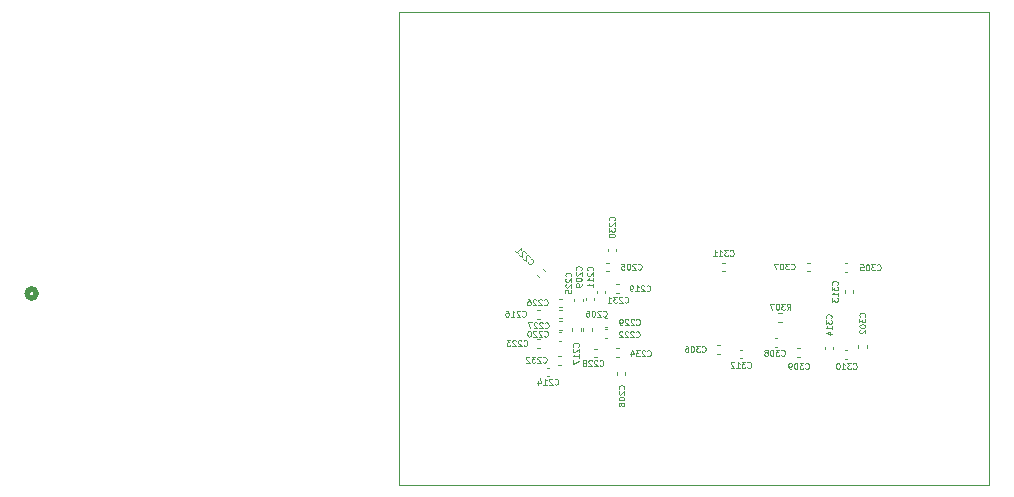
<source format=gbr>
%TF.GenerationSoftware,KiCad,Pcbnew,8.0.1*%
%TF.CreationDate,2025-05-27T09:35:13-07:00*%
%TF.ProjectId,mb,6d622e6b-6963-4616-945f-706362585858,A*%
%TF.SameCoordinates,Original*%
%TF.FileFunction,Legend,Bot*%
%TF.FilePolarity,Positive*%
%FSLAX46Y46*%
G04 Gerber Fmt 4.6, Leading zero omitted, Abs format (unit mm)*
G04 Created by KiCad (PCBNEW 8.0.1) date 2025-05-27 09:35:13*
%MOMM*%
%LPD*%
G01*
G04 APERTURE LIST*
%ADD10C,0.100000*%
%ADD11C,0.508000*%
%ADD12C,0.120000*%
G04 APERTURE END LIST*
D10*
X68132400Y-44845400D02*
X118132400Y-44845400D01*
X118132400Y-84845400D01*
X68132400Y-84845400D01*
X68132400Y-44845400D01*
X106588723Y-75016290D02*
X106612532Y-75040100D01*
X106612532Y-75040100D02*
X106683961Y-75063909D01*
X106683961Y-75063909D02*
X106731580Y-75063909D01*
X106731580Y-75063909D02*
X106803008Y-75040100D01*
X106803008Y-75040100D02*
X106850627Y-74992480D01*
X106850627Y-74992480D02*
X106874437Y-74944861D01*
X106874437Y-74944861D02*
X106898246Y-74849623D01*
X106898246Y-74849623D02*
X106898246Y-74778195D01*
X106898246Y-74778195D02*
X106874437Y-74682957D01*
X106874437Y-74682957D02*
X106850627Y-74635338D01*
X106850627Y-74635338D02*
X106803008Y-74587719D01*
X106803008Y-74587719D02*
X106731580Y-74563909D01*
X106731580Y-74563909D02*
X106683961Y-74563909D01*
X106683961Y-74563909D02*
X106612532Y-74587719D01*
X106612532Y-74587719D02*
X106588723Y-74611528D01*
X106422056Y-74563909D02*
X106112532Y-74563909D01*
X106112532Y-74563909D02*
X106279199Y-74754385D01*
X106279199Y-74754385D02*
X106207770Y-74754385D01*
X106207770Y-74754385D02*
X106160151Y-74778195D01*
X106160151Y-74778195D02*
X106136342Y-74802004D01*
X106136342Y-74802004D02*
X106112532Y-74849623D01*
X106112532Y-74849623D02*
X106112532Y-74968671D01*
X106112532Y-74968671D02*
X106136342Y-75016290D01*
X106136342Y-75016290D02*
X106160151Y-75040100D01*
X106160151Y-75040100D02*
X106207770Y-75063909D01*
X106207770Y-75063909D02*
X106350627Y-75063909D01*
X106350627Y-75063909D02*
X106398246Y-75040100D01*
X106398246Y-75040100D02*
X106422056Y-75016290D01*
X105636342Y-75063909D02*
X105922056Y-75063909D01*
X105779199Y-75063909D02*
X105779199Y-74563909D01*
X105779199Y-74563909D02*
X105826818Y-74635338D01*
X105826818Y-74635338D02*
X105874437Y-74682957D01*
X105874437Y-74682957D02*
X105922056Y-74706766D01*
X105326819Y-74563909D02*
X105279200Y-74563909D01*
X105279200Y-74563909D02*
X105231581Y-74587719D01*
X105231581Y-74587719D02*
X105207771Y-74611528D01*
X105207771Y-74611528D02*
X105183962Y-74659147D01*
X105183962Y-74659147D02*
X105160152Y-74754385D01*
X105160152Y-74754385D02*
X105160152Y-74873433D01*
X105160152Y-74873433D02*
X105183962Y-74968671D01*
X105183962Y-74968671D02*
X105207771Y-75016290D01*
X105207771Y-75016290D02*
X105231581Y-75040100D01*
X105231581Y-75040100D02*
X105279200Y-75063909D01*
X105279200Y-75063909D02*
X105326819Y-75063909D01*
X105326819Y-75063909D02*
X105374438Y-75040100D01*
X105374438Y-75040100D02*
X105398247Y-75016290D01*
X105398247Y-75016290D02*
X105422057Y-74968671D01*
X105422057Y-74968671D02*
X105445866Y-74873433D01*
X105445866Y-74873433D02*
X105445866Y-74754385D01*
X105445866Y-74754385D02*
X105422057Y-74659147D01*
X105422057Y-74659147D02*
X105398247Y-74611528D01*
X105398247Y-74611528D02*
X105374438Y-74587719D01*
X105374438Y-74587719D02*
X105326819Y-74563909D01*
X105250890Y-67928276D02*
X105274700Y-67904467D01*
X105274700Y-67904467D02*
X105298509Y-67833038D01*
X105298509Y-67833038D02*
X105298509Y-67785419D01*
X105298509Y-67785419D02*
X105274700Y-67713991D01*
X105274700Y-67713991D02*
X105227080Y-67666372D01*
X105227080Y-67666372D02*
X105179461Y-67642562D01*
X105179461Y-67642562D02*
X105084223Y-67618753D01*
X105084223Y-67618753D02*
X105012795Y-67618753D01*
X105012795Y-67618753D02*
X104917557Y-67642562D01*
X104917557Y-67642562D02*
X104869938Y-67666372D01*
X104869938Y-67666372D02*
X104822319Y-67713991D01*
X104822319Y-67713991D02*
X104798509Y-67785419D01*
X104798509Y-67785419D02*
X104798509Y-67833038D01*
X104798509Y-67833038D02*
X104822319Y-67904467D01*
X104822319Y-67904467D02*
X104846128Y-67928276D01*
X104798509Y-68094943D02*
X104798509Y-68404467D01*
X104798509Y-68404467D02*
X104988985Y-68237800D01*
X104988985Y-68237800D02*
X104988985Y-68309229D01*
X104988985Y-68309229D02*
X105012795Y-68356848D01*
X105012795Y-68356848D02*
X105036604Y-68380657D01*
X105036604Y-68380657D02*
X105084223Y-68404467D01*
X105084223Y-68404467D02*
X105203271Y-68404467D01*
X105203271Y-68404467D02*
X105250890Y-68380657D01*
X105250890Y-68380657D02*
X105274700Y-68356848D01*
X105274700Y-68356848D02*
X105298509Y-68309229D01*
X105298509Y-68309229D02*
X105298509Y-68166372D01*
X105298509Y-68166372D02*
X105274700Y-68118753D01*
X105274700Y-68118753D02*
X105250890Y-68094943D01*
X105298509Y-68880657D02*
X105298509Y-68594943D01*
X105298509Y-68737800D02*
X104798509Y-68737800D01*
X104798509Y-68737800D02*
X104869938Y-68690181D01*
X104869938Y-68690181D02*
X104917557Y-68642562D01*
X104917557Y-68642562D02*
X104941366Y-68594943D01*
X104798509Y-69047323D02*
X104798509Y-69356847D01*
X104798509Y-69356847D02*
X104988985Y-69190180D01*
X104988985Y-69190180D02*
X104988985Y-69261609D01*
X104988985Y-69261609D02*
X105012795Y-69309228D01*
X105012795Y-69309228D02*
X105036604Y-69333037D01*
X105036604Y-69333037D02*
X105084223Y-69356847D01*
X105084223Y-69356847D02*
X105203271Y-69356847D01*
X105203271Y-69356847D02*
X105250890Y-69333037D01*
X105250890Y-69333037D02*
X105274700Y-69309228D01*
X105274700Y-69309228D02*
X105298509Y-69261609D01*
X105298509Y-69261609D02*
X105298509Y-69118752D01*
X105298509Y-69118752D02*
X105274700Y-69071133D01*
X105274700Y-69071133D02*
X105250890Y-69047323D01*
X79044430Y-66012454D02*
X79044430Y-66046126D01*
X79044430Y-66046126D02*
X79078102Y-66113469D01*
X79078102Y-66113469D02*
X79111774Y-66147141D01*
X79111774Y-66147141D02*
X79179117Y-66180813D01*
X79179117Y-66180813D02*
X79246461Y-66180813D01*
X79246461Y-66180813D02*
X79296968Y-66163977D01*
X79296968Y-66163977D02*
X79381148Y-66113469D01*
X79381148Y-66113469D02*
X79431655Y-66062962D01*
X79431655Y-66062962D02*
X79482163Y-65978782D01*
X79482163Y-65978782D02*
X79498999Y-65928275D01*
X79498999Y-65928275D02*
X79498999Y-65860931D01*
X79498999Y-65860931D02*
X79465327Y-65793588D01*
X79465327Y-65793588D02*
X79431655Y-65759916D01*
X79431655Y-65759916D02*
X79364312Y-65726244D01*
X79364312Y-65726244D02*
X79330640Y-65726244D01*
X79195953Y-65591557D02*
X79195953Y-65557885D01*
X79195953Y-65557885D02*
X79179117Y-65507378D01*
X79179117Y-65507378D02*
X79094938Y-65423198D01*
X79094938Y-65423198D02*
X79044430Y-65406362D01*
X79044430Y-65406362D02*
X79010758Y-65406362D01*
X79010758Y-65406362D02*
X78960251Y-65423198D01*
X78960251Y-65423198D02*
X78926579Y-65456870D01*
X78926579Y-65456870D02*
X78892907Y-65524214D01*
X78892907Y-65524214D02*
X78892907Y-65928275D01*
X78892907Y-65928275D02*
X78674041Y-65709408D01*
X78859236Y-65254840D02*
X78859236Y-65221168D01*
X78859236Y-65221168D02*
X78842400Y-65170660D01*
X78842400Y-65170660D02*
X78758221Y-65086481D01*
X78758221Y-65086481D02*
X78707713Y-65069645D01*
X78707713Y-65069645D02*
X78674041Y-65069645D01*
X78674041Y-65069645D02*
X78623534Y-65086481D01*
X78623534Y-65086481D02*
X78589862Y-65120153D01*
X78589862Y-65120153D02*
X78556190Y-65187496D01*
X78556190Y-65187496D02*
X78556190Y-65591557D01*
X78556190Y-65591557D02*
X78337324Y-65372691D01*
X78000607Y-65035974D02*
X78202637Y-65238004D01*
X78101622Y-65136989D02*
X78455175Y-64783436D01*
X78455175Y-64783436D02*
X78438339Y-64867615D01*
X78438339Y-64867615D02*
X78438339Y-64934959D01*
X78438339Y-64934959D02*
X78455175Y-64985466D01*
X81315723Y-76337090D02*
X81339532Y-76360900D01*
X81339532Y-76360900D02*
X81410961Y-76384709D01*
X81410961Y-76384709D02*
X81458580Y-76384709D01*
X81458580Y-76384709D02*
X81530008Y-76360900D01*
X81530008Y-76360900D02*
X81577627Y-76313280D01*
X81577627Y-76313280D02*
X81601437Y-76265661D01*
X81601437Y-76265661D02*
X81625246Y-76170423D01*
X81625246Y-76170423D02*
X81625246Y-76098995D01*
X81625246Y-76098995D02*
X81601437Y-76003757D01*
X81601437Y-76003757D02*
X81577627Y-75956138D01*
X81577627Y-75956138D02*
X81530008Y-75908519D01*
X81530008Y-75908519D02*
X81458580Y-75884709D01*
X81458580Y-75884709D02*
X81410961Y-75884709D01*
X81410961Y-75884709D02*
X81339532Y-75908519D01*
X81339532Y-75908519D02*
X81315723Y-75932328D01*
X81125246Y-75932328D02*
X81101437Y-75908519D01*
X81101437Y-75908519D02*
X81053818Y-75884709D01*
X81053818Y-75884709D02*
X80934770Y-75884709D01*
X80934770Y-75884709D02*
X80887151Y-75908519D01*
X80887151Y-75908519D02*
X80863342Y-75932328D01*
X80863342Y-75932328D02*
X80839532Y-75979947D01*
X80839532Y-75979947D02*
X80839532Y-76027566D01*
X80839532Y-76027566D02*
X80863342Y-76098995D01*
X80863342Y-76098995D02*
X81149056Y-76384709D01*
X81149056Y-76384709D02*
X80839532Y-76384709D01*
X80363342Y-76384709D02*
X80649056Y-76384709D01*
X80506199Y-76384709D02*
X80506199Y-75884709D01*
X80506199Y-75884709D02*
X80553818Y-75956138D01*
X80553818Y-75956138D02*
X80601437Y-76003757D01*
X80601437Y-76003757D02*
X80649056Y-76027566D01*
X79934771Y-76051376D02*
X79934771Y-76384709D01*
X80053819Y-75860900D02*
X80172866Y-76218042D01*
X80172866Y-76218042D02*
X79863343Y-76218042D01*
X87183090Y-76767476D02*
X87206900Y-76743667D01*
X87206900Y-76743667D02*
X87230709Y-76672238D01*
X87230709Y-76672238D02*
X87230709Y-76624619D01*
X87230709Y-76624619D02*
X87206900Y-76553191D01*
X87206900Y-76553191D02*
X87159280Y-76505572D01*
X87159280Y-76505572D02*
X87111661Y-76481762D01*
X87111661Y-76481762D02*
X87016423Y-76457953D01*
X87016423Y-76457953D02*
X86944995Y-76457953D01*
X86944995Y-76457953D02*
X86849757Y-76481762D01*
X86849757Y-76481762D02*
X86802138Y-76505572D01*
X86802138Y-76505572D02*
X86754519Y-76553191D01*
X86754519Y-76553191D02*
X86730709Y-76624619D01*
X86730709Y-76624619D02*
X86730709Y-76672238D01*
X86730709Y-76672238D02*
X86754519Y-76743667D01*
X86754519Y-76743667D02*
X86778328Y-76767476D01*
X86778328Y-76957953D02*
X86754519Y-76981762D01*
X86754519Y-76981762D02*
X86730709Y-77029381D01*
X86730709Y-77029381D02*
X86730709Y-77148429D01*
X86730709Y-77148429D02*
X86754519Y-77196048D01*
X86754519Y-77196048D02*
X86778328Y-77219857D01*
X86778328Y-77219857D02*
X86825947Y-77243667D01*
X86825947Y-77243667D02*
X86873566Y-77243667D01*
X86873566Y-77243667D02*
X86944995Y-77219857D01*
X86944995Y-77219857D02*
X87230709Y-76934143D01*
X87230709Y-76934143D02*
X87230709Y-77243667D01*
X86730709Y-77553190D02*
X86730709Y-77600809D01*
X86730709Y-77600809D02*
X86754519Y-77648428D01*
X86754519Y-77648428D02*
X86778328Y-77672238D01*
X86778328Y-77672238D02*
X86825947Y-77696047D01*
X86825947Y-77696047D02*
X86921185Y-77719857D01*
X86921185Y-77719857D02*
X87040233Y-77719857D01*
X87040233Y-77719857D02*
X87135471Y-77696047D01*
X87135471Y-77696047D02*
X87183090Y-77672238D01*
X87183090Y-77672238D02*
X87206900Y-77648428D01*
X87206900Y-77648428D02*
X87230709Y-77600809D01*
X87230709Y-77600809D02*
X87230709Y-77553190D01*
X87230709Y-77553190D02*
X87206900Y-77505571D01*
X87206900Y-77505571D02*
X87183090Y-77481762D01*
X87183090Y-77481762D02*
X87135471Y-77457952D01*
X87135471Y-77457952D02*
X87040233Y-77434143D01*
X87040233Y-77434143D02*
X86921185Y-77434143D01*
X86921185Y-77434143D02*
X86825947Y-77457952D01*
X86825947Y-77457952D02*
X86778328Y-77481762D01*
X86778328Y-77481762D02*
X86754519Y-77505571D01*
X86754519Y-77505571D02*
X86730709Y-77553190D01*
X86944995Y-78005571D02*
X86921185Y-77957952D01*
X86921185Y-77957952D02*
X86897376Y-77934142D01*
X86897376Y-77934142D02*
X86849757Y-77910333D01*
X86849757Y-77910333D02*
X86825947Y-77910333D01*
X86825947Y-77910333D02*
X86778328Y-77934142D01*
X86778328Y-77934142D02*
X86754519Y-77957952D01*
X86754519Y-77957952D02*
X86730709Y-78005571D01*
X86730709Y-78005571D02*
X86730709Y-78100809D01*
X86730709Y-78100809D02*
X86754519Y-78148428D01*
X86754519Y-78148428D02*
X86778328Y-78172237D01*
X86778328Y-78172237D02*
X86825947Y-78196047D01*
X86825947Y-78196047D02*
X86849757Y-78196047D01*
X86849757Y-78196047D02*
X86897376Y-78172237D01*
X86897376Y-78172237D02*
X86921185Y-78148428D01*
X86921185Y-78148428D02*
X86944995Y-78100809D01*
X86944995Y-78100809D02*
X86944995Y-78005571D01*
X86944995Y-78005571D02*
X86968804Y-77957952D01*
X86968804Y-77957952D02*
X86992614Y-77934142D01*
X86992614Y-77934142D02*
X87040233Y-77910333D01*
X87040233Y-77910333D02*
X87135471Y-77910333D01*
X87135471Y-77910333D02*
X87183090Y-77934142D01*
X87183090Y-77934142D02*
X87206900Y-77957952D01*
X87206900Y-77957952D02*
X87230709Y-78005571D01*
X87230709Y-78005571D02*
X87230709Y-78100809D01*
X87230709Y-78100809D02*
X87206900Y-78148428D01*
X87206900Y-78148428D02*
X87183090Y-78172237D01*
X87183090Y-78172237D02*
X87135471Y-78196047D01*
X87135471Y-78196047D02*
X87040233Y-78196047D01*
X87040233Y-78196047D02*
X86992614Y-78172237D01*
X86992614Y-78172237D02*
X86968804Y-78148428D01*
X86968804Y-78148428D02*
X86944995Y-78100809D01*
X88224523Y-71282490D02*
X88248332Y-71306300D01*
X88248332Y-71306300D02*
X88319761Y-71330109D01*
X88319761Y-71330109D02*
X88367380Y-71330109D01*
X88367380Y-71330109D02*
X88438808Y-71306300D01*
X88438808Y-71306300D02*
X88486427Y-71258680D01*
X88486427Y-71258680D02*
X88510237Y-71211061D01*
X88510237Y-71211061D02*
X88534046Y-71115823D01*
X88534046Y-71115823D02*
X88534046Y-71044395D01*
X88534046Y-71044395D02*
X88510237Y-70949157D01*
X88510237Y-70949157D02*
X88486427Y-70901538D01*
X88486427Y-70901538D02*
X88438808Y-70853919D01*
X88438808Y-70853919D02*
X88367380Y-70830109D01*
X88367380Y-70830109D02*
X88319761Y-70830109D01*
X88319761Y-70830109D02*
X88248332Y-70853919D01*
X88248332Y-70853919D02*
X88224523Y-70877728D01*
X88034046Y-70877728D02*
X88010237Y-70853919D01*
X88010237Y-70853919D02*
X87962618Y-70830109D01*
X87962618Y-70830109D02*
X87843570Y-70830109D01*
X87843570Y-70830109D02*
X87795951Y-70853919D01*
X87795951Y-70853919D02*
X87772142Y-70877728D01*
X87772142Y-70877728D02*
X87748332Y-70925347D01*
X87748332Y-70925347D02*
X87748332Y-70972966D01*
X87748332Y-70972966D02*
X87772142Y-71044395D01*
X87772142Y-71044395D02*
X88057856Y-71330109D01*
X88057856Y-71330109D02*
X87748332Y-71330109D01*
X87557856Y-70877728D02*
X87534047Y-70853919D01*
X87534047Y-70853919D02*
X87486428Y-70830109D01*
X87486428Y-70830109D02*
X87367380Y-70830109D01*
X87367380Y-70830109D02*
X87319761Y-70853919D01*
X87319761Y-70853919D02*
X87295952Y-70877728D01*
X87295952Y-70877728D02*
X87272142Y-70925347D01*
X87272142Y-70925347D02*
X87272142Y-70972966D01*
X87272142Y-70972966D02*
X87295952Y-71044395D01*
X87295952Y-71044395D02*
X87581666Y-71330109D01*
X87581666Y-71330109D02*
X87272142Y-71330109D01*
X87034047Y-71330109D02*
X86938809Y-71330109D01*
X86938809Y-71330109D02*
X86891190Y-71306300D01*
X86891190Y-71306300D02*
X86867381Y-71282490D01*
X86867381Y-71282490D02*
X86819762Y-71211061D01*
X86819762Y-71211061D02*
X86795952Y-71115823D01*
X86795952Y-71115823D02*
X86795952Y-70925347D01*
X86795952Y-70925347D02*
X86819762Y-70877728D01*
X86819762Y-70877728D02*
X86843571Y-70853919D01*
X86843571Y-70853919D02*
X86891190Y-70830109D01*
X86891190Y-70830109D02*
X86986428Y-70830109D01*
X86986428Y-70830109D02*
X87034047Y-70853919D01*
X87034047Y-70853919D02*
X87057857Y-70877728D01*
X87057857Y-70877728D02*
X87081666Y-70925347D01*
X87081666Y-70925347D02*
X87081666Y-71044395D01*
X87081666Y-71044395D02*
X87057857Y-71092014D01*
X87057857Y-71092014D02*
X87034047Y-71115823D01*
X87034047Y-71115823D02*
X86986428Y-71139633D01*
X86986428Y-71139633D02*
X86891190Y-71139633D01*
X86891190Y-71139633D02*
X86843571Y-71115823D01*
X86843571Y-71115823D02*
X86819762Y-71092014D01*
X86819762Y-71092014D02*
X86795952Y-71044395D01*
X87249723Y-69393490D02*
X87273532Y-69417300D01*
X87273532Y-69417300D02*
X87344961Y-69441109D01*
X87344961Y-69441109D02*
X87392580Y-69441109D01*
X87392580Y-69441109D02*
X87464008Y-69417300D01*
X87464008Y-69417300D02*
X87511627Y-69369680D01*
X87511627Y-69369680D02*
X87535437Y-69322061D01*
X87535437Y-69322061D02*
X87559246Y-69226823D01*
X87559246Y-69226823D02*
X87559246Y-69155395D01*
X87559246Y-69155395D02*
X87535437Y-69060157D01*
X87535437Y-69060157D02*
X87511627Y-69012538D01*
X87511627Y-69012538D02*
X87464008Y-68964919D01*
X87464008Y-68964919D02*
X87392580Y-68941109D01*
X87392580Y-68941109D02*
X87344961Y-68941109D01*
X87344961Y-68941109D02*
X87273532Y-68964919D01*
X87273532Y-68964919D02*
X87249723Y-68988728D01*
X87059246Y-68988728D02*
X87035437Y-68964919D01*
X87035437Y-68964919D02*
X86987818Y-68941109D01*
X86987818Y-68941109D02*
X86868770Y-68941109D01*
X86868770Y-68941109D02*
X86821151Y-68964919D01*
X86821151Y-68964919D02*
X86797342Y-68988728D01*
X86797342Y-68988728D02*
X86773532Y-69036347D01*
X86773532Y-69036347D02*
X86773532Y-69083966D01*
X86773532Y-69083966D02*
X86797342Y-69155395D01*
X86797342Y-69155395D02*
X87083056Y-69441109D01*
X87083056Y-69441109D02*
X86773532Y-69441109D01*
X86606866Y-68941109D02*
X86297342Y-68941109D01*
X86297342Y-68941109D02*
X86464009Y-69131585D01*
X86464009Y-69131585D02*
X86392580Y-69131585D01*
X86392580Y-69131585D02*
X86344961Y-69155395D01*
X86344961Y-69155395D02*
X86321152Y-69179204D01*
X86321152Y-69179204D02*
X86297342Y-69226823D01*
X86297342Y-69226823D02*
X86297342Y-69345871D01*
X86297342Y-69345871D02*
X86321152Y-69393490D01*
X86321152Y-69393490D02*
X86344961Y-69417300D01*
X86344961Y-69417300D02*
X86392580Y-69441109D01*
X86392580Y-69441109D02*
X86535437Y-69441109D01*
X86535437Y-69441109D02*
X86583056Y-69417300D01*
X86583056Y-69417300D02*
X86606866Y-69393490D01*
X85821152Y-69441109D02*
X86106866Y-69441109D01*
X85964009Y-69441109D02*
X85964009Y-68941109D01*
X85964009Y-68941109D02*
X86011628Y-69012538D01*
X86011628Y-69012538D02*
X86059247Y-69060157D01*
X86059247Y-69060157D02*
X86106866Y-69083966D01*
X101330923Y-66583490D02*
X101354732Y-66607300D01*
X101354732Y-66607300D02*
X101426161Y-66631109D01*
X101426161Y-66631109D02*
X101473780Y-66631109D01*
X101473780Y-66631109D02*
X101545208Y-66607300D01*
X101545208Y-66607300D02*
X101592827Y-66559680D01*
X101592827Y-66559680D02*
X101616637Y-66512061D01*
X101616637Y-66512061D02*
X101640446Y-66416823D01*
X101640446Y-66416823D02*
X101640446Y-66345395D01*
X101640446Y-66345395D02*
X101616637Y-66250157D01*
X101616637Y-66250157D02*
X101592827Y-66202538D01*
X101592827Y-66202538D02*
X101545208Y-66154919D01*
X101545208Y-66154919D02*
X101473780Y-66131109D01*
X101473780Y-66131109D02*
X101426161Y-66131109D01*
X101426161Y-66131109D02*
X101354732Y-66154919D01*
X101354732Y-66154919D02*
X101330923Y-66178728D01*
X101164256Y-66131109D02*
X100854732Y-66131109D01*
X100854732Y-66131109D02*
X101021399Y-66321585D01*
X101021399Y-66321585D02*
X100949970Y-66321585D01*
X100949970Y-66321585D02*
X100902351Y-66345395D01*
X100902351Y-66345395D02*
X100878542Y-66369204D01*
X100878542Y-66369204D02*
X100854732Y-66416823D01*
X100854732Y-66416823D02*
X100854732Y-66535871D01*
X100854732Y-66535871D02*
X100878542Y-66583490D01*
X100878542Y-66583490D02*
X100902351Y-66607300D01*
X100902351Y-66607300D02*
X100949970Y-66631109D01*
X100949970Y-66631109D02*
X101092827Y-66631109D01*
X101092827Y-66631109D02*
X101140446Y-66607300D01*
X101140446Y-66607300D02*
X101164256Y-66583490D01*
X100545209Y-66131109D02*
X100497590Y-66131109D01*
X100497590Y-66131109D02*
X100449971Y-66154919D01*
X100449971Y-66154919D02*
X100426161Y-66178728D01*
X100426161Y-66178728D02*
X100402352Y-66226347D01*
X100402352Y-66226347D02*
X100378542Y-66321585D01*
X100378542Y-66321585D02*
X100378542Y-66440633D01*
X100378542Y-66440633D02*
X100402352Y-66535871D01*
X100402352Y-66535871D02*
X100426161Y-66583490D01*
X100426161Y-66583490D02*
X100449971Y-66607300D01*
X100449971Y-66607300D02*
X100497590Y-66631109D01*
X100497590Y-66631109D02*
X100545209Y-66631109D01*
X100545209Y-66631109D02*
X100592828Y-66607300D01*
X100592828Y-66607300D02*
X100616637Y-66583490D01*
X100616637Y-66583490D02*
X100640447Y-66535871D01*
X100640447Y-66535871D02*
X100664256Y-66440633D01*
X100664256Y-66440633D02*
X100664256Y-66321585D01*
X100664256Y-66321585D02*
X100640447Y-66226347D01*
X100640447Y-66226347D02*
X100616637Y-66178728D01*
X100616637Y-66178728D02*
X100592828Y-66154919D01*
X100592828Y-66154919D02*
X100545209Y-66131109D01*
X100211876Y-66131109D02*
X99878543Y-66131109D01*
X99878543Y-66131109D02*
X100092828Y-66631109D01*
X88199123Y-72323890D02*
X88222932Y-72347700D01*
X88222932Y-72347700D02*
X88294361Y-72371509D01*
X88294361Y-72371509D02*
X88341980Y-72371509D01*
X88341980Y-72371509D02*
X88413408Y-72347700D01*
X88413408Y-72347700D02*
X88461027Y-72300080D01*
X88461027Y-72300080D02*
X88484837Y-72252461D01*
X88484837Y-72252461D02*
X88508646Y-72157223D01*
X88508646Y-72157223D02*
X88508646Y-72085795D01*
X88508646Y-72085795D02*
X88484837Y-71990557D01*
X88484837Y-71990557D02*
X88461027Y-71942938D01*
X88461027Y-71942938D02*
X88413408Y-71895319D01*
X88413408Y-71895319D02*
X88341980Y-71871509D01*
X88341980Y-71871509D02*
X88294361Y-71871509D01*
X88294361Y-71871509D02*
X88222932Y-71895319D01*
X88222932Y-71895319D02*
X88199123Y-71919128D01*
X88008646Y-71919128D02*
X87984837Y-71895319D01*
X87984837Y-71895319D02*
X87937218Y-71871509D01*
X87937218Y-71871509D02*
X87818170Y-71871509D01*
X87818170Y-71871509D02*
X87770551Y-71895319D01*
X87770551Y-71895319D02*
X87746742Y-71919128D01*
X87746742Y-71919128D02*
X87722932Y-71966747D01*
X87722932Y-71966747D02*
X87722932Y-72014366D01*
X87722932Y-72014366D02*
X87746742Y-72085795D01*
X87746742Y-72085795D02*
X88032456Y-72371509D01*
X88032456Y-72371509D02*
X87722932Y-72371509D01*
X87532456Y-71919128D02*
X87508647Y-71895319D01*
X87508647Y-71895319D02*
X87461028Y-71871509D01*
X87461028Y-71871509D02*
X87341980Y-71871509D01*
X87341980Y-71871509D02*
X87294361Y-71895319D01*
X87294361Y-71895319D02*
X87270552Y-71919128D01*
X87270552Y-71919128D02*
X87246742Y-71966747D01*
X87246742Y-71966747D02*
X87246742Y-72014366D01*
X87246742Y-72014366D02*
X87270552Y-72085795D01*
X87270552Y-72085795D02*
X87556266Y-72371509D01*
X87556266Y-72371509D02*
X87246742Y-72371509D01*
X87056266Y-71919128D02*
X87032457Y-71895319D01*
X87032457Y-71895319D02*
X86984838Y-71871509D01*
X86984838Y-71871509D02*
X86865790Y-71871509D01*
X86865790Y-71871509D02*
X86818171Y-71895319D01*
X86818171Y-71895319D02*
X86794362Y-71919128D01*
X86794362Y-71919128D02*
X86770552Y-71966747D01*
X86770552Y-71966747D02*
X86770552Y-72014366D01*
X86770552Y-72014366D02*
X86794362Y-72085795D01*
X86794362Y-72085795D02*
X87080076Y-72371509D01*
X87080076Y-72371509D02*
X86770552Y-72371509D01*
X96174723Y-65448890D02*
X96198532Y-65472700D01*
X96198532Y-65472700D02*
X96269961Y-65496509D01*
X96269961Y-65496509D02*
X96317580Y-65496509D01*
X96317580Y-65496509D02*
X96389008Y-65472700D01*
X96389008Y-65472700D02*
X96436627Y-65425080D01*
X96436627Y-65425080D02*
X96460437Y-65377461D01*
X96460437Y-65377461D02*
X96484246Y-65282223D01*
X96484246Y-65282223D02*
X96484246Y-65210795D01*
X96484246Y-65210795D02*
X96460437Y-65115557D01*
X96460437Y-65115557D02*
X96436627Y-65067938D01*
X96436627Y-65067938D02*
X96389008Y-65020319D01*
X96389008Y-65020319D02*
X96317580Y-64996509D01*
X96317580Y-64996509D02*
X96269961Y-64996509D01*
X96269961Y-64996509D02*
X96198532Y-65020319D01*
X96198532Y-65020319D02*
X96174723Y-65044128D01*
X96008056Y-64996509D02*
X95698532Y-64996509D01*
X95698532Y-64996509D02*
X95865199Y-65186985D01*
X95865199Y-65186985D02*
X95793770Y-65186985D01*
X95793770Y-65186985D02*
X95746151Y-65210795D01*
X95746151Y-65210795D02*
X95722342Y-65234604D01*
X95722342Y-65234604D02*
X95698532Y-65282223D01*
X95698532Y-65282223D02*
X95698532Y-65401271D01*
X95698532Y-65401271D02*
X95722342Y-65448890D01*
X95722342Y-65448890D02*
X95746151Y-65472700D01*
X95746151Y-65472700D02*
X95793770Y-65496509D01*
X95793770Y-65496509D02*
X95936627Y-65496509D01*
X95936627Y-65496509D02*
X95984246Y-65472700D01*
X95984246Y-65472700D02*
X96008056Y-65448890D01*
X95222342Y-65496509D02*
X95508056Y-65496509D01*
X95365199Y-65496509D02*
X95365199Y-64996509D01*
X95365199Y-64996509D02*
X95412818Y-65067938D01*
X95412818Y-65067938D02*
X95460437Y-65115557D01*
X95460437Y-65115557D02*
X95508056Y-65139366D01*
X94746152Y-65496509D02*
X95031866Y-65496509D01*
X94889009Y-65496509D02*
X94889009Y-64996509D01*
X94889009Y-64996509D02*
X94936628Y-65067938D01*
X94936628Y-65067938D02*
X94984247Y-65115557D01*
X94984247Y-65115557D02*
X95031866Y-65139366D01*
X82687290Y-67217076D02*
X82711100Y-67193267D01*
X82711100Y-67193267D02*
X82734909Y-67121838D01*
X82734909Y-67121838D02*
X82734909Y-67074219D01*
X82734909Y-67074219D02*
X82711100Y-67002791D01*
X82711100Y-67002791D02*
X82663480Y-66955172D01*
X82663480Y-66955172D02*
X82615861Y-66931362D01*
X82615861Y-66931362D02*
X82520623Y-66907553D01*
X82520623Y-66907553D02*
X82449195Y-66907553D01*
X82449195Y-66907553D02*
X82353957Y-66931362D01*
X82353957Y-66931362D02*
X82306338Y-66955172D01*
X82306338Y-66955172D02*
X82258719Y-67002791D01*
X82258719Y-67002791D02*
X82234909Y-67074219D01*
X82234909Y-67074219D02*
X82234909Y-67121838D01*
X82234909Y-67121838D02*
X82258719Y-67193267D01*
X82258719Y-67193267D02*
X82282528Y-67217076D01*
X82282528Y-67407553D02*
X82258719Y-67431362D01*
X82258719Y-67431362D02*
X82234909Y-67478981D01*
X82234909Y-67478981D02*
X82234909Y-67598029D01*
X82234909Y-67598029D02*
X82258719Y-67645648D01*
X82258719Y-67645648D02*
X82282528Y-67669457D01*
X82282528Y-67669457D02*
X82330147Y-67693267D01*
X82330147Y-67693267D02*
X82377766Y-67693267D01*
X82377766Y-67693267D02*
X82449195Y-67669457D01*
X82449195Y-67669457D02*
X82734909Y-67383743D01*
X82734909Y-67383743D02*
X82734909Y-67693267D01*
X82282528Y-67883743D02*
X82258719Y-67907552D01*
X82258719Y-67907552D02*
X82234909Y-67955171D01*
X82234909Y-67955171D02*
X82234909Y-68074219D01*
X82234909Y-68074219D02*
X82258719Y-68121838D01*
X82258719Y-68121838D02*
X82282528Y-68145647D01*
X82282528Y-68145647D02*
X82330147Y-68169457D01*
X82330147Y-68169457D02*
X82377766Y-68169457D01*
X82377766Y-68169457D02*
X82449195Y-68145647D01*
X82449195Y-68145647D02*
X82734909Y-67859933D01*
X82734909Y-67859933D02*
X82734909Y-68169457D01*
X82234909Y-68621837D02*
X82234909Y-68383742D01*
X82234909Y-68383742D02*
X82473004Y-68359933D01*
X82473004Y-68359933D02*
X82449195Y-68383742D01*
X82449195Y-68383742D02*
X82425385Y-68431361D01*
X82425385Y-68431361D02*
X82425385Y-68550409D01*
X82425385Y-68550409D02*
X82449195Y-68598028D01*
X82449195Y-68598028D02*
X82473004Y-68621837D01*
X82473004Y-68621837D02*
X82520623Y-68645647D01*
X82520623Y-68645647D02*
X82639671Y-68645647D01*
X82639671Y-68645647D02*
X82687290Y-68621837D01*
X82687290Y-68621837D02*
X82711100Y-68598028D01*
X82711100Y-68598028D02*
X82734909Y-68550409D01*
X82734909Y-68550409D02*
X82734909Y-68431361D01*
X82734909Y-68431361D02*
X82711100Y-68383742D01*
X82711100Y-68383742D02*
X82687290Y-68359933D01*
X85405123Y-70571290D02*
X85428932Y-70595100D01*
X85428932Y-70595100D02*
X85500361Y-70618909D01*
X85500361Y-70618909D02*
X85547980Y-70618909D01*
X85547980Y-70618909D02*
X85619408Y-70595100D01*
X85619408Y-70595100D02*
X85667027Y-70547480D01*
X85667027Y-70547480D02*
X85690837Y-70499861D01*
X85690837Y-70499861D02*
X85714646Y-70404623D01*
X85714646Y-70404623D02*
X85714646Y-70333195D01*
X85714646Y-70333195D02*
X85690837Y-70237957D01*
X85690837Y-70237957D02*
X85667027Y-70190338D01*
X85667027Y-70190338D02*
X85619408Y-70142719D01*
X85619408Y-70142719D02*
X85547980Y-70118909D01*
X85547980Y-70118909D02*
X85500361Y-70118909D01*
X85500361Y-70118909D02*
X85428932Y-70142719D01*
X85428932Y-70142719D02*
X85405123Y-70166528D01*
X85214646Y-70166528D02*
X85190837Y-70142719D01*
X85190837Y-70142719D02*
X85143218Y-70118909D01*
X85143218Y-70118909D02*
X85024170Y-70118909D01*
X85024170Y-70118909D02*
X84976551Y-70142719D01*
X84976551Y-70142719D02*
X84952742Y-70166528D01*
X84952742Y-70166528D02*
X84928932Y-70214147D01*
X84928932Y-70214147D02*
X84928932Y-70261766D01*
X84928932Y-70261766D02*
X84952742Y-70333195D01*
X84952742Y-70333195D02*
X85238456Y-70618909D01*
X85238456Y-70618909D02*
X84928932Y-70618909D01*
X84619409Y-70118909D02*
X84571790Y-70118909D01*
X84571790Y-70118909D02*
X84524171Y-70142719D01*
X84524171Y-70142719D02*
X84500361Y-70166528D01*
X84500361Y-70166528D02*
X84476552Y-70214147D01*
X84476552Y-70214147D02*
X84452742Y-70309385D01*
X84452742Y-70309385D02*
X84452742Y-70428433D01*
X84452742Y-70428433D02*
X84476552Y-70523671D01*
X84476552Y-70523671D02*
X84500361Y-70571290D01*
X84500361Y-70571290D02*
X84524171Y-70595100D01*
X84524171Y-70595100D02*
X84571790Y-70618909D01*
X84571790Y-70618909D02*
X84619409Y-70618909D01*
X84619409Y-70618909D02*
X84667028Y-70595100D01*
X84667028Y-70595100D02*
X84690837Y-70571290D01*
X84690837Y-70571290D02*
X84714647Y-70523671D01*
X84714647Y-70523671D02*
X84738456Y-70428433D01*
X84738456Y-70428433D02*
X84738456Y-70309385D01*
X84738456Y-70309385D02*
X84714647Y-70214147D01*
X84714647Y-70214147D02*
X84690837Y-70166528D01*
X84690837Y-70166528D02*
X84667028Y-70142719D01*
X84667028Y-70142719D02*
X84619409Y-70118909D01*
X84024171Y-70118909D02*
X84119409Y-70118909D01*
X84119409Y-70118909D02*
X84167028Y-70142719D01*
X84167028Y-70142719D02*
X84190838Y-70166528D01*
X84190838Y-70166528D02*
X84238457Y-70237957D01*
X84238457Y-70237957D02*
X84262266Y-70333195D01*
X84262266Y-70333195D02*
X84262266Y-70523671D01*
X84262266Y-70523671D02*
X84238457Y-70571290D01*
X84238457Y-70571290D02*
X84214647Y-70595100D01*
X84214647Y-70595100D02*
X84167028Y-70618909D01*
X84167028Y-70618909D02*
X84071790Y-70618909D01*
X84071790Y-70618909D02*
X84024171Y-70595100D01*
X84024171Y-70595100D02*
X84000362Y-70571290D01*
X84000362Y-70571290D02*
X83976552Y-70523671D01*
X83976552Y-70523671D02*
X83976552Y-70404623D01*
X83976552Y-70404623D02*
X84000362Y-70357004D01*
X84000362Y-70357004D02*
X84024171Y-70333195D01*
X84024171Y-70333195D02*
X84071790Y-70309385D01*
X84071790Y-70309385D02*
X84167028Y-70309385D01*
X84167028Y-70309385D02*
X84214647Y-70333195D01*
X84214647Y-70333195D02*
X84238457Y-70357004D01*
X84238457Y-70357004D02*
X84262266Y-70404623D01*
X108620723Y-66659690D02*
X108644532Y-66683500D01*
X108644532Y-66683500D02*
X108715961Y-66707309D01*
X108715961Y-66707309D02*
X108763580Y-66707309D01*
X108763580Y-66707309D02*
X108835008Y-66683500D01*
X108835008Y-66683500D02*
X108882627Y-66635880D01*
X108882627Y-66635880D02*
X108906437Y-66588261D01*
X108906437Y-66588261D02*
X108930246Y-66493023D01*
X108930246Y-66493023D02*
X108930246Y-66421595D01*
X108930246Y-66421595D02*
X108906437Y-66326357D01*
X108906437Y-66326357D02*
X108882627Y-66278738D01*
X108882627Y-66278738D02*
X108835008Y-66231119D01*
X108835008Y-66231119D02*
X108763580Y-66207309D01*
X108763580Y-66207309D02*
X108715961Y-66207309D01*
X108715961Y-66207309D02*
X108644532Y-66231119D01*
X108644532Y-66231119D02*
X108620723Y-66254928D01*
X108454056Y-66207309D02*
X108144532Y-66207309D01*
X108144532Y-66207309D02*
X108311199Y-66397785D01*
X108311199Y-66397785D02*
X108239770Y-66397785D01*
X108239770Y-66397785D02*
X108192151Y-66421595D01*
X108192151Y-66421595D02*
X108168342Y-66445404D01*
X108168342Y-66445404D02*
X108144532Y-66493023D01*
X108144532Y-66493023D02*
X108144532Y-66612071D01*
X108144532Y-66612071D02*
X108168342Y-66659690D01*
X108168342Y-66659690D02*
X108192151Y-66683500D01*
X108192151Y-66683500D02*
X108239770Y-66707309D01*
X108239770Y-66707309D02*
X108382627Y-66707309D01*
X108382627Y-66707309D02*
X108430246Y-66683500D01*
X108430246Y-66683500D02*
X108454056Y-66659690D01*
X107835009Y-66207309D02*
X107787390Y-66207309D01*
X107787390Y-66207309D02*
X107739771Y-66231119D01*
X107739771Y-66231119D02*
X107715961Y-66254928D01*
X107715961Y-66254928D02*
X107692152Y-66302547D01*
X107692152Y-66302547D02*
X107668342Y-66397785D01*
X107668342Y-66397785D02*
X107668342Y-66516833D01*
X107668342Y-66516833D02*
X107692152Y-66612071D01*
X107692152Y-66612071D02*
X107715961Y-66659690D01*
X107715961Y-66659690D02*
X107739771Y-66683500D01*
X107739771Y-66683500D02*
X107787390Y-66707309D01*
X107787390Y-66707309D02*
X107835009Y-66707309D01*
X107835009Y-66707309D02*
X107882628Y-66683500D01*
X107882628Y-66683500D02*
X107906437Y-66659690D01*
X107906437Y-66659690D02*
X107930247Y-66612071D01*
X107930247Y-66612071D02*
X107954056Y-66516833D01*
X107954056Y-66516833D02*
X107954056Y-66397785D01*
X107954056Y-66397785D02*
X107930247Y-66302547D01*
X107930247Y-66302547D02*
X107906437Y-66254928D01*
X107906437Y-66254928D02*
X107882628Y-66231119D01*
X107882628Y-66231119D02*
X107835009Y-66207309D01*
X107215962Y-66207309D02*
X107454057Y-66207309D01*
X107454057Y-66207309D02*
X107477866Y-66445404D01*
X107477866Y-66445404D02*
X107454057Y-66421595D01*
X107454057Y-66421595D02*
X107406438Y-66397785D01*
X107406438Y-66397785D02*
X107287390Y-66397785D01*
X107287390Y-66397785D02*
X107239771Y-66421595D01*
X107239771Y-66421595D02*
X107215962Y-66445404D01*
X107215962Y-66445404D02*
X107192152Y-66493023D01*
X107192152Y-66493023D02*
X107192152Y-66612071D01*
X107192152Y-66612071D02*
X107215962Y-66659690D01*
X107215962Y-66659690D02*
X107239771Y-66683500D01*
X107239771Y-66683500D02*
X107287390Y-66707309D01*
X107287390Y-66707309D02*
X107406438Y-66707309D01*
X107406438Y-66707309D02*
X107454057Y-66683500D01*
X107454057Y-66683500D02*
X107477866Y-66659690D01*
X78572523Y-70571290D02*
X78596332Y-70595100D01*
X78596332Y-70595100D02*
X78667761Y-70618909D01*
X78667761Y-70618909D02*
X78715380Y-70618909D01*
X78715380Y-70618909D02*
X78786808Y-70595100D01*
X78786808Y-70595100D02*
X78834427Y-70547480D01*
X78834427Y-70547480D02*
X78858237Y-70499861D01*
X78858237Y-70499861D02*
X78882046Y-70404623D01*
X78882046Y-70404623D02*
X78882046Y-70333195D01*
X78882046Y-70333195D02*
X78858237Y-70237957D01*
X78858237Y-70237957D02*
X78834427Y-70190338D01*
X78834427Y-70190338D02*
X78786808Y-70142719D01*
X78786808Y-70142719D02*
X78715380Y-70118909D01*
X78715380Y-70118909D02*
X78667761Y-70118909D01*
X78667761Y-70118909D02*
X78596332Y-70142719D01*
X78596332Y-70142719D02*
X78572523Y-70166528D01*
X78382046Y-70166528D02*
X78358237Y-70142719D01*
X78358237Y-70142719D02*
X78310618Y-70118909D01*
X78310618Y-70118909D02*
X78191570Y-70118909D01*
X78191570Y-70118909D02*
X78143951Y-70142719D01*
X78143951Y-70142719D02*
X78120142Y-70166528D01*
X78120142Y-70166528D02*
X78096332Y-70214147D01*
X78096332Y-70214147D02*
X78096332Y-70261766D01*
X78096332Y-70261766D02*
X78120142Y-70333195D01*
X78120142Y-70333195D02*
X78405856Y-70618909D01*
X78405856Y-70618909D02*
X78096332Y-70618909D01*
X77620142Y-70618909D02*
X77905856Y-70618909D01*
X77762999Y-70618909D02*
X77762999Y-70118909D01*
X77762999Y-70118909D02*
X77810618Y-70190338D01*
X77810618Y-70190338D02*
X77858237Y-70237957D01*
X77858237Y-70237957D02*
X77905856Y-70261766D01*
X77191571Y-70118909D02*
X77286809Y-70118909D01*
X77286809Y-70118909D02*
X77334428Y-70142719D01*
X77334428Y-70142719D02*
X77358238Y-70166528D01*
X77358238Y-70166528D02*
X77405857Y-70237957D01*
X77405857Y-70237957D02*
X77429666Y-70333195D01*
X77429666Y-70333195D02*
X77429666Y-70523671D01*
X77429666Y-70523671D02*
X77405857Y-70571290D01*
X77405857Y-70571290D02*
X77382047Y-70595100D01*
X77382047Y-70595100D02*
X77334428Y-70618909D01*
X77334428Y-70618909D02*
X77239190Y-70618909D01*
X77239190Y-70618909D02*
X77191571Y-70595100D01*
X77191571Y-70595100D02*
X77167762Y-70571290D01*
X77167762Y-70571290D02*
X77143952Y-70523671D01*
X77143952Y-70523671D02*
X77143952Y-70404623D01*
X77143952Y-70404623D02*
X77167762Y-70357004D01*
X77167762Y-70357004D02*
X77191571Y-70333195D01*
X77191571Y-70333195D02*
X77239190Y-70309385D01*
X77239190Y-70309385D02*
X77334428Y-70309385D01*
X77334428Y-70309385D02*
X77382047Y-70333195D01*
X77382047Y-70333195D02*
X77405857Y-70357004D01*
X77405857Y-70357004D02*
X77429666Y-70404623D01*
X88376923Y-66608890D02*
X88400732Y-66632700D01*
X88400732Y-66632700D02*
X88472161Y-66656509D01*
X88472161Y-66656509D02*
X88519780Y-66656509D01*
X88519780Y-66656509D02*
X88591208Y-66632700D01*
X88591208Y-66632700D02*
X88638827Y-66585080D01*
X88638827Y-66585080D02*
X88662637Y-66537461D01*
X88662637Y-66537461D02*
X88686446Y-66442223D01*
X88686446Y-66442223D02*
X88686446Y-66370795D01*
X88686446Y-66370795D02*
X88662637Y-66275557D01*
X88662637Y-66275557D02*
X88638827Y-66227938D01*
X88638827Y-66227938D02*
X88591208Y-66180319D01*
X88591208Y-66180319D02*
X88519780Y-66156509D01*
X88519780Y-66156509D02*
X88472161Y-66156509D01*
X88472161Y-66156509D02*
X88400732Y-66180319D01*
X88400732Y-66180319D02*
X88376923Y-66204128D01*
X88186446Y-66204128D02*
X88162637Y-66180319D01*
X88162637Y-66180319D02*
X88115018Y-66156509D01*
X88115018Y-66156509D02*
X87995970Y-66156509D01*
X87995970Y-66156509D02*
X87948351Y-66180319D01*
X87948351Y-66180319D02*
X87924542Y-66204128D01*
X87924542Y-66204128D02*
X87900732Y-66251747D01*
X87900732Y-66251747D02*
X87900732Y-66299366D01*
X87900732Y-66299366D02*
X87924542Y-66370795D01*
X87924542Y-66370795D02*
X88210256Y-66656509D01*
X88210256Y-66656509D02*
X87900732Y-66656509D01*
X87591209Y-66156509D02*
X87543590Y-66156509D01*
X87543590Y-66156509D02*
X87495971Y-66180319D01*
X87495971Y-66180319D02*
X87472161Y-66204128D01*
X87472161Y-66204128D02*
X87448352Y-66251747D01*
X87448352Y-66251747D02*
X87424542Y-66346985D01*
X87424542Y-66346985D02*
X87424542Y-66466033D01*
X87424542Y-66466033D02*
X87448352Y-66561271D01*
X87448352Y-66561271D02*
X87472161Y-66608890D01*
X87472161Y-66608890D02*
X87495971Y-66632700D01*
X87495971Y-66632700D02*
X87543590Y-66656509D01*
X87543590Y-66656509D02*
X87591209Y-66656509D01*
X87591209Y-66656509D02*
X87638828Y-66632700D01*
X87638828Y-66632700D02*
X87662637Y-66608890D01*
X87662637Y-66608890D02*
X87686447Y-66561271D01*
X87686447Y-66561271D02*
X87710256Y-66466033D01*
X87710256Y-66466033D02*
X87710256Y-66346985D01*
X87710256Y-66346985D02*
X87686447Y-66251747D01*
X87686447Y-66251747D02*
X87662637Y-66204128D01*
X87662637Y-66204128D02*
X87638828Y-66180319D01*
X87638828Y-66180319D02*
X87591209Y-66156509D01*
X86972162Y-66156509D02*
X87210257Y-66156509D01*
X87210257Y-66156509D02*
X87234066Y-66394604D01*
X87234066Y-66394604D02*
X87210257Y-66370795D01*
X87210257Y-66370795D02*
X87162638Y-66346985D01*
X87162638Y-66346985D02*
X87043590Y-66346985D01*
X87043590Y-66346985D02*
X86995971Y-66370795D01*
X86995971Y-66370795D02*
X86972162Y-66394604D01*
X86972162Y-66394604D02*
X86948352Y-66442223D01*
X86948352Y-66442223D02*
X86948352Y-66561271D01*
X86948352Y-66561271D02*
X86972162Y-66608890D01*
X86972162Y-66608890D02*
X86995971Y-66632700D01*
X86995971Y-66632700D02*
X87043590Y-66656509D01*
X87043590Y-66656509D02*
X87162638Y-66656509D01*
X87162638Y-66656509D02*
X87210257Y-66632700D01*
X87210257Y-66632700D02*
X87234066Y-66608890D01*
X97647923Y-74914690D02*
X97671732Y-74938500D01*
X97671732Y-74938500D02*
X97743161Y-74962309D01*
X97743161Y-74962309D02*
X97790780Y-74962309D01*
X97790780Y-74962309D02*
X97862208Y-74938500D01*
X97862208Y-74938500D02*
X97909827Y-74890880D01*
X97909827Y-74890880D02*
X97933637Y-74843261D01*
X97933637Y-74843261D02*
X97957446Y-74748023D01*
X97957446Y-74748023D02*
X97957446Y-74676595D01*
X97957446Y-74676595D02*
X97933637Y-74581357D01*
X97933637Y-74581357D02*
X97909827Y-74533738D01*
X97909827Y-74533738D02*
X97862208Y-74486119D01*
X97862208Y-74486119D02*
X97790780Y-74462309D01*
X97790780Y-74462309D02*
X97743161Y-74462309D01*
X97743161Y-74462309D02*
X97671732Y-74486119D01*
X97671732Y-74486119D02*
X97647923Y-74509928D01*
X97481256Y-74462309D02*
X97171732Y-74462309D01*
X97171732Y-74462309D02*
X97338399Y-74652785D01*
X97338399Y-74652785D02*
X97266970Y-74652785D01*
X97266970Y-74652785D02*
X97219351Y-74676595D01*
X97219351Y-74676595D02*
X97195542Y-74700404D01*
X97195542Y-74700404D02*
X97171732Y-74748023D01*
X97171732Y-74748023D02*
X97171732Y-74867071D01*
X97171732Y-74867071D02*
X97195542Y-74914690D01*
X97195542Y-74914690D02*
X97219351Y-74938500D01*
X97219351Y-74938500D02*
X97266970Y-74962309D01*
X97266970Y-74962309D02*
X97409827Y-74962309D01*
X97409827Y-74962309D02*
X97457446Y-74938500D01*
X97457446Y-74938500D02*
X97481256Y-74914690D01*
X96695542Y-74962309D02*
X96981256Y-74962309D01*
X96838399Y-74962309D02*
X96838399Y-74462309D01*
X96838399Y-74462309D02*
X96886018Y-74533738D01*
X96886018Y-74533738D02*
X96933637Y-74581357D01*
X96933637Y-74581357D02*
X96981256Y-74605166D01*
X96505066Y-74509928D02*
X96481257Y-74486119D01*
X96481257Y-74486119D02*
X96433638Y-74462309D01*
X96433638Y-74462309D02*
X96314590Y-74462309D01*
X96314590Y-74462309D02*
X96266971Y-74486119D01*
X96266971Y-74486119D02*
X96243162Y-74509928D01*
X96243162Y-74509928D02*
X96219352Y-74557547D01*
X96219352Y-74557547D02*
X96219352Y-74605166D01*
X96219352Y-74605166D02*
X96243162Y-74676595D01*
X96243162Y-74676595D02*
X96528876Y-74962309D01*
X96528876Y-74962309D02*
X96219352Y-74962309D01*
X100518123Y-73898690D02*
X100541932Y-73922500D01*
X100541932Y-73922500D02*
X100613361Y-73946309D01*
X100613361Y-73946309D02*
X100660980Y-73946309D01*
X100660980Y-73946309D02*
X100732408Y-73922500D01*
X100732408Y-73922500D02*
X100780027Y-73874880D01*
X100780027Y-73874880D02*
X100803837Y-73827261D01*
X100803837Y-73827261D02*
X100827646Y-73732023D01*
X100827646Y-73732023D02*
X100827646Y-73660595D01*
X100827646Y-73660595D02*
X100803837Y-73565357D01*
X100803837Y-73565357D02*
X100780027Y-73517738D01*
X100780027Y-73517738D02*
X100732408Y-73470119D01*
X100732408Y-73470119D02*
X100660980Y-73446309D01*
X100660980Y-73446309D02*
X100613361Y-73446309D01*
X100613361Y-73446309D02*
X100541932Y-73470119D01*
X100541932Y-73470119D02*
X100518123Y-73493928D01*
X100351456Y-73446309D02*
X100041932Y-73446309D01*
X100041932Y-73446309D02*
X100208599Y-73636785D01*
X100208599Y-73636785D02*
X100137170Y-73636785D01*
X100137170Y-73636785D02*
X100089551Y-73660595D01*
X100089551Y-73660595D02*
X100065742Y-73684404D01*
X100065742Y-73684404D02*
X100041932Y-73732023D01*
X100041932Y-73732023D02*
X100041932Y-73851071D01*
X100041932Y-73851071D02*
X100065742Y-73898690D01*
X100065742Y-73898690D02*
X100089551Y-73922500D01*
X100089551Y-73922500D02*
X100137170Y-73946309D01*
X100137170Y-73946309D02*
X100280027Y-73946309D01*
X100280027Y-73946309D02*
X100327646Y-73922500D01*
X100327646Y-73922500D02*
X100351456Y-73898690D01*
X99732409Y-73446309D02*
X99684790Y-73446309D01*
X99684790Y-73446309D02*
X99637171Y-73470119D01*
X99637171Y-73470119D02*
X99613361Y-73493928D01*
X99613361Y-73493928D02*
X99589552Y-73541547D01*
X99589552Y-73541547D02*
X99565742Y-73636785D01*
X99565742Y-73636785D02*
X99565742Y-73755833D01*
X99565742Y-73755833D02*
X99589552Y-73851071D01*
X99589552Y-73851071D02*
X99613361Y-73898690D01*
X99613361Y-73898690D02*
X99637171Y-73922500D01*
X99637171Y-73922500D02*
X99684790Y-73946309D01*
X99684790Y-73946309D02*
X99732409Y-73946309D01*
X99732409Y-73946309D02*
X99780028Y-73922500D01*
X99780028Y-73922500D02*
X99803837Y-73898690D01*
X99803837Y-73898690D02*
X99827647Y-73851071D01*
X99827647Y-73851071D02*
X99851456Y-73755833D01*
X99851456Y-73755833D02*
X99851456Y-73636785D01*
X99851456Y-73636785D02*
X99827647Y-73541547D01*
X99827647Y-73541547D02*
X99803837Y-73493928D01*
X99803837Y-73493928D02*
X99780028Y-73470119D01*
X99780028Y-73470119D02*
X99732409Y-73446309D01*
X99280028Y-73660595D02*
X99327647Y-73636785D01*
X99327647Y-73636785D02*
X99351457Y-73612976D01*
X99351457Y-73612976D02*
X99375266Y-73565357D01*
X99375266Y-73565357D02*
X99375266Y-73541547D01*
X99375266Y-73541547D02*
X99351457Y-73493928D01*
X99351457Y-73493928D02*
X99327647Y-73470119D01*
X99327647Y-73470119D02*
X99280028Y-73446309D01*
X99280028Y-73446309D02*
X99184790Y-73446309D01*
X99184790Y-73446309D02*
X99137171Y-73470119D01*
X99137171Y-73470119D02*
X99113362Y-73493928D01*
X99113362Y-73493928D02*
X99089552Y-73541547D01*
X99089552Y-73541547D02*
X99089552Y-73565357D01*
X99089552Y-73565357D02*
X99113362Y-73612976D01*
X99113362Y-73612976D02*
X99137171Y-73636785D01*
X99137171Y-73636785D02*
X99184790Y-73660595D01*
X99184790Y-73660595D02*
X99280028Y-73660595D01*
X99280028Y-73660595D02*
X99327647Y-73684404D01*
X99327647Y-73684404D02*
X99351457Y-73708214D01*
X99351457Y-73708214D02*
X99375266Y-73755833D01*
X99375266Y-73755833D02*
X99375266Y-73851071D01*
X99375266Y-73851071D02*
X99351457Y-73898690D01*
X99351457Y-73898690D02*
X99327647Y-73922500D01*
X99327647Y-73922500D02*
X99280028Y-73946309D01*
X99280028Y-73946309D02*
X99184790Y-73946309D01*
X99184790Y-73946309D02*
X99137171Y-73922500D01*
X99137171Y-73922500D02*
X99113362Y-73898690D01*
X99113362Y-73898690D02*
X99089552Y-73851071D01*
X99089552Y-73851071D02*
X99089552Y-73755833D01*
X99089552Y-73755833D02*
X99113362Y-73708214D01*
X99113362Y-73708214D02*
X99137171Y-73684404D01*
X99137171Y-73684404D02*
X99184790Y-73660595D01*
X104734490Y-70747676D02*
X104758300Y-70723867D01*
X104758300Y-70723867D02*
X104782109Y-70652438D01*
X104782109Y-70652438D02*
X104782109Y-70604819D01*
X104782109Y-70604819D02*
X104758300Y-70533391D01*
X104758300Y-70533391D02*
X104710680Y-70485772D01*
X104710680Y-70485772D02*
X104663061Y-70461962D01*
X104663061Y-70461962D02*
X104567823Y-70438153D01*
X104567823Y-70438153D02*
X104496395Y-70438153D01*
X104496395Y-70438153D02*
X104401157Y-70461962D01*
X104401157Y-70461962D02*
X104353538Y-70485772D01*
X104353538Y-70485772D02*
X104305919Y-70533391D01*
X104305919Y-70533391D02*
X104282109Y-70604819D01*
X104282109Y-70604819D02*
X104282109Y-70652438D01*
X104282109Y-70652438D02*
X104305919Y-70723867D01*
X104305919Y-70723867D02*
X104329728Y-70747676D01*
X104282109Y-70914343D02*
X104282109Y-71223867D01*
X104282109Y-71223867D02*
X104472585Y-71057200D01*
X104472585Y-71057200D02*
X104472585Y-71128629D01*
X104472585Y-71128629D02*
X104496395Y-71176248D01*
X104496395Y-71176248D02*
X104520204Y-71200057D01*
X104520204Y-71200057D02*
X104567823Y-71223867D01*
X104567823Y-71223867D02*
X104686871Y-71223867D01*
X104686871Y-71223867D02*
X104734490Y-71200057D01*
X104734490Y-71200057D02*
X104758300Y-71176248D01*
X104758300Y-71176248D02*
X104782109Y-71128629D01*
X104782109Y-71128629D02*
X104782109Y-70985772D01*
X104782109Y-70985772D02*
X104758300Y-70938153D01*
X104758300Y-70938153D02*
X104734490Y-70914343D01*
X104782109Y-71700057D02*
X104782109Y-71414343D01*
X104782109Y-71557200D02*
X104282109Y-71557200D01*
X104282109Y-71557200D02*
X104353538Y-71509581D01*
X104353538Y-71509581D02*
X104401157Y-71461962D01*
X104401157Y-71461962D02*
X104424966Y-71414343D01*
X104448776Y-72128628D02*
X104782109Y-72128628D01*
X104258300Y-72009580D02*
X104615442Y-71890533D01*
X104615442Y-71890533D02*
X104615442Y-72200056D01*
X93787123Y-73568490D02*
X93810932Y-73592300D01*
X93810932Y-73592300D02*
X93882361Y-73616109D01*
X93882361Y-73616109D02*
X93929980Y-73616109D01*
X93929980Y-73616109D02*
X94001408Y-73592300D01*
X94001408Y-73592300D02*
X94049027Y-73544680D01*
X94049027Y-73544680D02*
X94072837Y-73497061D01*
X94072837Y-73497061D02*
X94096646Y-73401823D01*
X94096646Y-73401823D02*
X94096646Y-73330395D01*
X94096646Y-73330395D02*
X94072837Y-73235157D01*
X94072837Y-73235157D02*
X94049027Y-73187538D01*
X94049027Y-73187538D02*
X94001408Y-73139919D01*
X94001408Y-73139919D02*
X93929980Y-73116109D01*
X93929980Y-73116109D02*
X93882361Y-73116109D01*
X93882361Y-73116109D02*
X93810932Y-73139919D01*
X93810932Y-73139919D02*
X93787123Y-73163728D01*
X93620456Y-73116109D02*
X93310932Y-73116109D01*
X93310932Y-73116109D02*
X93477599Y-73306585D01*
X93477599Y-73306585D02*
X93406170Y-73306585D01*
X93406170Y-73306585D02*
X93358551Y-73330395D01*
X93358551Y-73330395D02*
X93334742Y-73354204D01*
X93334742Y-73354204D02*
X93310932Y-73401823D01*
X93310932Y-73401823D02*
X93310932Y-73520871D01*
X93310932Y-73520871D02*
X93334742Y-73568490D01*
X93334742Y-73568490D02*
X93358551Y-73592300D01*
X93358551Y-73592300D02*
X93406170Y-73616109D01*
X93406170Y-73616109D02*
X93549027Y-73616109D01*
X93549027Y-73616109D02*
X93596646Y-73592300D01*
X93596646Y-73592300D02*
X93620456Y-73568490D01*
X93001409Y-73116109D02*
X92953790Y-73116109D01*
X92953790Y-73116109D02*
X92906171Y-73139919D01*
X92906171Y-73139919D02*
X92882361Y-73163728D01*
X92882361Y-73163728D02*
X92858552Y-73211347D01*
X92858552Y-73211347D02*
X92834742Y-73306585D01*
X92834742Y-73306585D02*
X92834742Y-73425633D01*
X92834742Y-73425633D02*
X92858552Y-73520871D01*
X92858552Y-73520871D02*
X92882361Y-73568490D01*
X92882361Y-73568490D02*
X92906171Y-73592300D01*
X92906171Y-73592300D02*
X92953790Y-73616109D01*
X92953790Y-73616109D02*
X93001409Y-73616109D01*
X93001409Y-73616109D02*
X93049028Y-73592300D01*
X93049028Y-73592300D02*
X93072837Y-73568490D01*
X93072837Y-73568490D02*
X93096647Y-73520871D01*
X93096647Y-73520871D02*
X93120456Y-73425633D01*
X93120456Y-73425633D02*
X93120456Y-73306585D01*
X93120456Y-73306585D02*
X93096647Y-73211347D01*
X93096647Y-73211347D02*
X93072837Y-73163728D01*
X93072837Y-73163728D02*
X93049028Y-73139919D01*
X93049028Y-73139919D02*
X93001409Y-73116109D01*
X92406171Y-73116109D02*
X92501409Y-73116109D01*
X92501409Y-73116109D02*
X92549028Y-73139919D01*
X92549028Y-73139919D02*
X92572838Y-73163728D01*
X92572838Y-73163728D02*
X92620457Y-73235157D01*
X92620457Y-73235157D02*
X92644266Y-73330395D01*
X92644266Y-73330395D02*
X92644266Y-73520871D01*
X92644266Y-73520871D02*
X92620457Y-73568490D01*
X92620457Y-73568490D02*
X92596647Y-73592300D01*
X92596647Y-73592300D02*
X92549028Y-73616109D01*
X92549028Y-73616109D02*
X92453790Y-73616109D01*
X92453790Y-73616109D02*
X92406171Y-73592300D01*
X92406171Y-73592300D02*
X92382362Y-73568490D01*
X92382362Y-73568490D02*
X92358552Y-73520871D01*
X92358552Y-73520871D02*
X92358552Y-73401823D01*
X92358552Y-73401823D02*
X92382362Y-73354204D01*
X92382362Y-73354204D02*
X92406171Y-73330395D01*
X92406171Y-73330395D02*
X92453790Y-73306585D01*
X92453790Y-73306585D02*
X92549028Y-73306585D01*
X92549028Y-73306585D02*
X92596647Y-73330395D01*
X92596647Y-73330395D02*
X92620457Y-73354204D01*
X92620457Y-73354204D02*
X92644266Y-73401823D01*
X89103923Y-68428290D02*
X89127732Y-68452100D01*
X89127732Y-68452100D02*
X89199161Y-68475909D01*
X89199161Y-68475909D02*
X89246780Y-68475909D01*
X89246780Y-68475909D02*
X89318208Y-68452100D01*
X89318208Y-68452100D02*
X89365827Y-68404480D01*
X89365827Y-68404480D02*
X89389637Y-68356861D01*
X89389637Y-68356861D02*
X89413446Y-68261623D01*
X89413446Y-68261623D02*
X89413446Y-68190195D01*
X89413446Y-68190195D02*
X89389637Y-68094957D01*
X89389637Y-68094957D02*
X89365827Y-68047338D01*
X89365827Y-68047338D02*
X89318208Y-67999719D01*
X89318208Y-67999719D02*
X89246780Y-67975909D01*
X89246780Y-67975909D02*
X89199161Y-67975909D01*
X89199161Y-67975909D02*
X89127732Y-67999719D01*
X89127732Y-67999719D02*
X89103923Y-68023528D01*
X88913446Y-68023528D02*
X88889637Y-67999719D01*
X88889637Y-67999719D02*
X88842018Y-67975909D01*
X88842018Y-67975909D02*
X88722970Y-67975909D01*
X88722970Y-67975909D02*
X88675351Y-67999719D01*
X88675351Y-67999719D02*
X88651542Y-68023528D01*
X88651542Y-68023528D02*
X88627732Y-68071147D01*
X88627732Y-68071147D02*
X88627732Y-68118766D01*
X88627732Y-68118766D02*
X88651542Y-68190195D01*
X88651542Y-68190195D02*
X88937256Y-68475909D01*
X88937256Y-68475909D02*
X88627732Y-68475909D01*
X88151542Y-68475909D02*
X88437256Y-68475909D01*
X88294399Y-68475909D02*
X88294399Y-67975909D01*
X88294399Y-67975909D02*
X88342018Y-68047338D01*
X88342018Y-68047338D02*
X88389637Y-68094957D01*
X88389637Y-68094957D02*
X88437256Y-68118766D01*
X87913447Y-68475909D02*
X87818209Y-68475909D01*
X87818209Y-68475909D02*
X87770590Y-68452100D01*
X87770590Y-68452100D02*
X87746781Y-68428290D01*
X87746781Y-68428290D02*
X87699162Y-68356861D01*
X87699162Y-68356861D02*
X87675352Y-68261623D01*
X87675352Y-68261623D02*
X87675352Y-68071147D01*
X87675352Y-68071147D02*
X87699162Y-68023528D01*
X87699162Y-68023528D02*
X87722971Y-67999719D01*
X87722971Y-67999719D02*
X87770590Y-67975909D01*
X87770590Y-67975909D02*
X87865828Y-67975909D01*
X87865828Y-67975909D02*
X87913447Y-67999719D01*
X87913447Y-67999719D02*
X87937257Y-68023528D01*
X87937257Y-68023528D02*
X87961066Y-68071147D01*
X87961066Y-68071147D02*
X87961066Y-68190195D01*
X87961066Y-68190195D02*
X87937257Y-68237814D01*
X87937257Y-68237814D02*
X87913447Y-68261623D01*
X87913447Y-68261623D02*
X87865828Y-68285433D01*
X87865828Y-68285433D02*
X87770590Y-68285433D01*
X87770590Y-68285433D02*
X87722971Y-68261623D01*
X87722971Y-68261623D02*
X87699162Y-68237814D01*
X87699162Y-68237814D02*
X87675352Y-68190195D01*
X83566690Y-66674276D02*
X83590500Y-66650467D01*
X83590500Y-66650467D02*
X83614309Y-66579038D01*
X83614309Y-66579038D02*
X83614309Y-66531419D01*
X83614309Y-66531419D02*
X83590500Y-66459991D01*
X83590500Y-66459991D02*
X83542880Y-66412372D01*
X83542880Y-66412372D02*
X83495261Y-66388562D01*
X83495261Y-66388562D02*
X83400023Y-66364753D01*
X83400023Y-66364753D02*
X83328595Y-66364753D01*
X83328595Y-66364753D02*
X83233357Y-66388562D01*
X83233357Y-66388562D02*
X83185738Y-66412372D01*
X83185738Y-66412372D02*
X83138119Y-66459991D01*
X83138119Y-66459991D02*
X83114309Y-66531419D01*
X83114309Y-66531419D02*
X83114309Y-66579038D01*
X83114309Y-66579038D02*
X83138119Y-66650467D01*
X83138119Y-66650467D02*
X83161928Y-66674276D01*
X83161928Y-66864753D02*
X83138119Y-66888562D01*
X83138119Y-66888562D02*
X83114309Y-66936181D01*
X83114309Y-66936181D02*
X83114309Y-67055229D01*
X83114309Y-67055229D02*
X83138119Y-67102848D01*
X83138119Y-67102848D02*
X83161928Y-67126657D01*
X83161928Y-67126657D02*
X83209547Y-67150467D01*
X83209547Y-67150467D02*
X83257166Y-67150467D01*
X83257166Y-67150467D02*
X83328595Y-67126657D01*
X83328595Y-67126657D02*
X83614309Y-66840943D01*
X83614309Y-66840943D02*
X83614309Y-67150467D01*
X83114309Y-67459990D02*
X83114309Y-67507609D01*
X83114309Y-67507609D02*
X83138119Y-67555228D01*
X83138119Y-67555228D02*
X83161928Y-67579038D01*
X83161928Y-67579038D02*
X83209547Y-67602847D01*
X83209547Y-67602847D02*
X83304785Y-67626657D01*
X83304785Y-67626657D02*
X83423833Y-67626657D01*
X83423833Y-67626657D02*
X83519071Y-67602847D01*
X83519071Y-67602847D02*
X83566690Y-67579038D01*
X83566690Y-67579038D02*
X83590500Y-67555228D01*
X83590500Y-67555228D02*
X83614309Y-67507609D01*
X83614309Y-67507609D02*
X83614309Y-67459990D01*
X83614309Y-67459990D02*
X83590500Y-67412371D01*
X83590500Y-67412371D02*
X83566690Y-67388562D01*
X83566690Y-67388562D02*
X83519071Y-67364752D01*
X83519071Y-67364752D02*
X83423833Y-67340943D01*
X83423833Y-67340943D02*
X83304785Y-67340943D01*
X83304785Y-67340943D02*
X83209547Y-67364752D01*
X83209547Y-67364752D02*
X83161928Y-67388562D01*
X83161928Y-67388562D02*
X83138119Y-67412371D01*
X83138119Y-67412371D02*
X83114309Y-67459990D01*
X83614309Y-67864752D02*
X83614309Y-67959990D01*
X83614309Y-67959990D02*
X83590500Y-68007609D01*
X83590500Y-68007609D02*
X83566690Y-68031418D01*
X83566690Y-68031418D02*
X83495261Y-68079037D01*
X83495261Y-68079037D02*
X83400023Y-68102847D01*
X83400023Y-68102847D02*
X83209547Y-68102847D01*
X83209547Y-68102847D02*
X83161928Y-68079037D01*
X83161928Y-68079037D02*
X83138119Y-68055228D01*
X83138119Y-68055228D02*
X83114309Y-68007609D01*
X83114309Y-68007609D02*
X83114309Y-67912371D01*
X83114309Y-67912371D02*
X83138119Y-67864752D01*
X83138119Y-67864752D02*
X83161928Y-67840942D01*
X83161928Y-67840942D02*
X83209547Y-67817133D01*
X83209547Y-67817133D02*
X83328595Y-67817133D01*
X83328595Y-67817133D02*
X83376214Y-67840942D01*
X83376214Y-67840942D02*
X83400023Y-67864752D01*
X83400023Y-67864752D02*
X83423833Y-67912371D01*
X83423833Y-67912371D02*
X83423833Y-68007609D01*
X83423833Y-68007609D02*
X83400023Y-68055228D01*
X83400023Y-68055228D02*
X83376214Y-68079037D01*
X83376214Y-68079037D02*
X83328595Y-68102847D01*
X80452123Y-72273090D02*
X80475932Y-72296900D01*
X80475932Y-72296900D02*
X80547361Y-72320709D01*
X80547361Y-72320709D02*
X80594980Y-72320709D01*
X80594980Y-72320709D02*
X80666408Y-72296900D01*
X80666408Y-72296900D02*
X80714027Y-72249280D01*
X80714027Y-72249280D02*
X80737837Y-72201661D01*
X80737837Y-72201661D02*
X80761646Y-72106423D01*
X80761646Y-72106423D02*
X80761646Y-72034995D01*
X80761646Y-72034995D02*
X80737837Y-71939757D01*
X80737837Y-71939757D02*
X80714027Y-71892138D01*
X80714027Y-71892138D02*
X80666408Y-71844519D01*
X80666408Y-71844519D02*
X80594980Y-71820709D01*
X80594980Y-71820709D02*
X80547361Y-71820709D01*
X80547361Y-71820709D02*
X80475932Y-71844519D01*
X80475932Y-71844519D02*
X80452123Y-71868328D01*
X80261646Y-71868328D02*
X80237837Y-71844519D01*
X80237837Y-71844519D02*
X80190218Y-71820709D01*
X80190218Y-71820709D02*
X80071170Y-71820709D01*
X80071170Y-71820709D02*
X80023551Y-71844519D01*
X80023551Y-71844519D02*
X79999742Y-71868328D01*
X79999742Y-71868328D02*
X79975932Y-71915947D01*
X79975932Y-71915947D02*
X79975932Y-71963566D01*
X79975932Y-71963566D02*
X79999742Y-72034995D01*
X79999742Y-72034995D02*
X80285456Y-72320709D01*
X80285456Y-72320709D02*
X79975932Y-72320709D01*
X79785456Y-71868328D02*
X79761647Y-71844519D01*
X79761647Y-71844519D02*
X79714028Y-71820709D01*
X79714028Y-71820709D02*
X79594980Y-71820709D01*
X79594980Y-71820709D02*
X79547361Y-71844519D01*
X79547361Y-71844519D02*
X79523552Y-71868328D01*
X79523552Y-71868328D02*
X79499742Y-71915947D01*
X79499742Y-71915947D02*
X79499742Y-71963566D01*
X79499742Y-71963566D02*
X79523552Y-72034995D01*
X79523552Y-72034995D02*
X79809266Y-72320709D01*
X79809266Y-72320709D02*
X79499742Y-72320709D01*
X79190219Y-71820709D02*
X79142600Y-71820709D01*
X79142600Y-71820709D02*
X79094981Y-71844519D01*
X79094981Y-71844519D02*
X79071171Y-71868328D01*
X79071171Y-71868328D02*
X79047362Y-71915947D01*
X79047362Y-71915947D02*
X79023552Y-72011185D01*
X79023552Y-72011185D02*
X79023552Y-72130233D01*
X79023552Y-72130233D02*
X79047362Y-72225471D01*
X79047362Y-72225471D02*
X79071171Y-72273090D01*
X79071171Y-72273090D02*
X79094981Y-72296900D01*
X79094981Y-72296900D02*
X79142600Y-72320709D01*
X79142600Y-72320709D02*
X79190219Y-72320709D01*
X79190219Y-72320709D02*
X79237838Y-72296900D01*
X79237838Y-72296900D02*
X79261647Y-72273090D01*
X79261647Y-72273090D02*
X79285457Y-72225471D01*
X79285457Y-72225471D02*
X79309266Y-72130233D01*
X79309266Y-72130233D02*
X79309266Y-72011185D01*
X79309266Y-72011185D02*
X79285457Y-71915947D01*
X79285457Y-71915947D02*
X79261647Y-71868328D01*
X79261647Y-71868328D02*
X79237838Y-71844519D01*
X79237838Y-71844519D02*
X79190219Y-71820709D01*
X80325123Y-74482890D02*
X80348932Y-74506700D01*
X80348932Y-74506700D02*
X80420361Y-74530509D01*
X80420361Y-74530509D02*
X80467980Y-74530509D01*
X80467980Y-74530509D02*
X80539408Y-74506700D01*
X80539408Y-74506700D02*
X80587027Y-74459080D01*
X80587027Y-74459080D02*
X80610837Y-74411461D01*
X80610837Y-74411461D02*
X80634646Y-74316223D01*
X80634646Y-74316223D02*
X80634646Y-74244795D01*
X80634646Y-74244795D02*
X80610837Y-74149557D01*
X80610837Y-74149557D02*
X80587027Y-74101938D01*
X80587027Y-74101938D02*
X80539408Y-74054319D01*
X80539408Y-74054319D02*
X80467980Y-74030509D01*
X80467980Y-74030509D02*
X80420361Y-74030509D01*
X80420361Y-74030509D02*
X80348932Y-74054319D01*
X80348932Y-74054319D02*
X80325123Y-74078128D01*
X80134646Y-74078128D02*
X80110837Y-74054319D01*
X80110837Y-74054319D02*
X80063218Y-74030509D01*
X80063218Y-74030509D02*
X79944170Y-74030509D01*
X79944170Y-74030509D02*
X79896551Y-74054319D01*
X79896551Y-74054319D02*
X79872742Y-74078128D01*
X79872742Y-74078128D02*
X79848932Y-74125747D01*
X79848932Y-74125747D02*
X79848932Y-74173366D01*
X79848932Y-74173366D02*
X79872742Y-74244795D01*
X79872742Y-74244795D02*
X80158456Y-74530509D01*
X80158456Y-74530509D02*
X79848932Y-74530509D01*
X79682266Y-74030509D02*
X79372742Y-74030509D01*
X79372742Y-74030509D02*
X79539409Y-74220985D01*
X79539409Y-74220985D02*
X79467980Y-74220985D01*
X79467980Y-74220985D02*
X79420361Y-74244795D01*
X79420361Y-74244795D02*
X79396552Y-74268604D01*
X79396552Y-74268604D02*
X79372742Y-74316223D01*
X79372742Y-74316223D02*
X79372742Y-74435271D01*
X79372742Y-74435271D02*
X79396552Y-74482890D01*
X79396552Y-74482890D02*
X79420361Y-74506700D01*
X79420361Y-74506700D02*
X79467980Y-74530509D01*
X79467980Y-74530509D02*
X79610837Y-74530509D01*
X79610837Y-74530509D02*
X79658456Y-74506700D01*
X79658456Y-74506700D02*
X79682266Y-74482890D01*
X79182266Y-74078128D02*
X79158457Y-74054319D01*
X79158457Y-74054319D02*
X79110838Y-74030509D01*
X79110838Y-74030509D02*
X78991790Y-74030509D01*
X78991790Y-74030509D02*
X78944171Y-74054319D01*
X78944171Y-74054319D02*
X78920362Y-74078128D01*
X78920362Y-74078128D02*
X78896552Y-74125747D01*
X78896552Y-74125747D02*
X78896552Y-74173366D01*
X78896552Y-74173366D02*
X78920362Y-74244795D01*
X78920362Y-74244795D02*
X79206076Y-74530509D01*
X79206076Y-74530509D02*
X78896552Y-74530509D01*
X85141523Y-74752890D02*
X85165332Y-74776700D01*
X85165332Y-74776700D02*
X85236761Y-74800509D01*
X85236761Y-74800509D02*
X85284380Y-74800509D01*
X85284380Y-74800509D02*
X85355808Y-74776700D01*
X85355808Y-74776700D02*
X85403427Y-74729080D01*
X85403427Y-74729080D02*
X85427237Y-74681461D01*
X85427237Y-74681461D02*
X85451046Y-74586223D01*
X85451046Y-74586223D02*
X85451046Y-74514795D01*
X85451046Y-74514795D02*
X85427237Y-74419557D01*
X85427237Y-74419557D02*
X85403427Y-74371938D01*
X85403427Y-74371938D02*
X85355808Y-74324319D01*
X85355808Y-74324319D02*
X85284380Y-74300509D01*
X85284380Y-74300509D02*
X85236761Y-74300509D01*
X85236761Y-74300509D02*
X85165332Y-74324319D01*
X85165332Y-74324319D02*
X85141523Y-74348128D01*
X84951046Y-74348128D02*
X84927237Y-74324319D01*
X84927237Y-74324319D02*
X84879618Y-74300509D01*
X84879618Y-74300509D02*
X84760570Y-74300509D01*
X84760570Y-74300509D02*
X84712951Y-74324319D01*
X84712951Y-74324319D02*
X84689142Y-74348128D01*
X84689142Y-74348128D02*
X84665332Y-74395747D01*
X84665332Y-74395747D02*
X84665332Y-74443366D01*
X84665332Y-74443366D02*
X84689142Y-74514795D01*
X84689142Y-74514795D02*
X84974856Y-74800509D01*
X84974856Y-74800509D02*
X84665332Y-74800509D01*
X84474856Y-74348128D02*
X84451047Y-74324319D01*
X84451047Y-74324319D02*
X84403428Y-74300509D01*
X84403428Y-74300509D02*
X84284380Y-74300509D01*
X84284380Y-74300509D02*
X84236761Y-74324319D01*
X84236761Y-74324319D02*
X84212952Y-74348128D01*
X84212952Y-74348128D02*
X84189142Y-74395747D01*
X84189142Y-74395747D02*
X84189142Y-74443366D01*
X84189142Y-74443366D02*
X84212952Y-74514795D01*
X84212952Y-74514795D02*
X84498666Y-74800509D01*
X84498666Y-74800509D02*
X84189142Y-74800509D01*
X83903428Y-74514795D02*
X83951047Y-74490985D01*
X83951047Y-74490985D02*
X83974857Y-74467176D01*
X83974857Y-74467176D02*
X83998666Y-74419557D01*
X83998666Y-74419557D02*
X83998666Y-74395747D01*
X83998666Y-74395747D02*
X83974857Y-74348128D01*
X83974857Y-74348128D02*
X83951047Y-74324319D01*
X83951047Y-74324319D02*
X83903428Y-74300509D01*
X83903428Y-74300509D02*
X83808190Y-74300509D01*
X83808190Y-74300509D02*
X83760571Y-74324319D01*
X83760571Y-74324319D02*
X83736762Y-74348128D01*
X83736762Y-74348128D02*
X83712952Y-74395747D01*
X83712952Y-74395747D02*
X83712952Y-74419557D01*
X83712952Y-74419557D02*
X83736762Y-74467176D01*
X83736762Y-74467176D02*
X83760571Y-74490985D01*
X83760571Y-74490985D02*
X83808190Y-74514795D01*
X83808190Y-74514795D02*
X83903428Y-74514795D01*
X83903428Y-74514795D02*
X83951047Y-74538604D01*
X83951047Y-74538604D02*
X83974857Y-74562414D01*
X83974857Y-74562414D02*
X83998666Y-74610033D01*
X83998666Y-74610033D02*
X83998666Y-74705271D01*
X83998666Y-74705271D02*
X83974857Y-74752890D01*
X83974857Y-74752890D02*
X83951047Y-74776700D01*
X83951047Y-74776700D02*
X83903428Y-74800509D01*
X83903428Y-74800509D02*
X83808190Y-74800509D01*
X83808190Y-74800509D02*
X83760571Y-74776700D01*
X83760571Y-74776700D02*
X83736762Y-74752890D01*
X83736762Y-74752890D02*
X83712952Y-74705271D01*
X83712952Y-74705271D02*
X83712952Y-74610033D01*
X83712952Y-74610033D02*
X83736762Y-74562414D01*
X83736762Y-74562414D02*
X83760571Y-74538604D01*
X83760571Y-74538604D02*
X83808190Y-74514795D01*
X83322290Y-73160676D02*
X83346100Y-73136867D01*
X83346100Y-73136867D02*
X83369909Y-73065438D01*
X83369909Y-73065438D02*
X83369909Y-73017819D01*
X83369909Y-73017819D02*
X83346100Y-72946391D01*
X83346100Y-72946391D02*
X83298480Y-72898772D01*
X83298480Y-72898772D02*
X83250861Y-72874962D01*
X83250861Y-72874962D02*
X83155623Y-72851153D01*
X83155623Y-72851153D02*
X83084195Y-72851153D01*
X83084195Y-72851153D02*
X82988957Y-72874962D01*
X82988957Y-72874962D02*
X82941338Y-72898772D01*
X82941338Y-72898772D02*
X82893719Y-72946391D01*
X82893719Y-72946391D02*
X82869909Y-73017819D01*
X82869909Y-73017819D02*
X82869909Y-73065438D01*
X82869909Y-73065438D02*
X82893719Y-73136867D01*
X82893719Y-73136867D02*
X82917528Y-73160676D01*
X82917528Y-73351153D02*
X82893719Y-73374962D01*
X82893719Y-73374962D02*
X82869909Y-73422581D01*
X82869909Y-73422581D02*
X82869909Y-73541629D01*
X82869909Y-73541629D02*
X82893719Y-73589248D01*
X82893719Y-73589248D02*
X82917528Y-73613057D01*
X82917528Y-73613057D02*
X82965147Y-73636867D01*
X82965147Y-73636867D02*
X83012766Y-73636867D01*
X83012766Y-73636867D02*
X83084195Y-73613057D01*
X83084195Y-73613057D02*
X83369909Y-73327343D01*
X83369909Y-73327343D02*
X83369909Y-73636867D01*
X83369909Y-74113057D02*
X83369909Y-73827343D01*
X83369909Y-73970200D02*
X82869909Y-73970200D01*
X82869909Y-73970200D02*
X82941338Y-73922581D01*
X82941338Y-73922581D02*
X82988957Y-73874962D01*
X82988957Y-73874962D02*
X83012766Y-73827343D01*
X82869909Y-74279723D02*
X82869909Y-74613056D01*
X82869909Y-74613056D02*
X83369909Y-74398771D01*
X80426723Y-69606090D02*
X80450532Y-69629900D01*
X80450532Y-69629900D02*
X80521961Y-69653709D01*
X80521961Y-69653709D02*
X80569580Y-69653709D01*
X80569580Y-69653709D02*
X80641008Y-69629900D01*
X80641008Y-69629900D02*
X80688627Y-69582280D01*
X80688627Y-69582280D02*
X80712437Y-69534661D01*
X80712437Y-69534661D02*
X80736246Y-69439423D01*
X80736246Y-69439423D02*
X80736246Y-69367995D01*
X80736246Y-69367995D02*
X80712437Y-69272757D01*
X80712437Y-69272757D02*
X80688627Y-69225138D01*
X80688627Y-69225138D02*
X80641008Y-69177519D01*
X80641008Y-69177519D02*
X80569580Y-69153709D01*
X80569580Y-69153709D02*
X80521961Y-69153709D01*
X80521961Y-69153709D02*
X80450532Y-69177519D01*
X80450532Y-69177519D02*
X80426723Y-69201328D01*
X80236246Y-69201328D02*
X80212437Y-69177519D01*
X80212437Y-69177519D02*
X80164818Y-69153709D01*
X80164818Y-69153709D02*
X80045770Y-69153709D01*
X80045770Y-69153709D02*
X79998151Y-69177519D01*
X79998151Y-69177519D02*
X79974342Y-69201328D01*
X79974342Y-69201328D02*
X79950532Y-69248947D01*
X79950532Y-69248947D02*
X79950532Y-69296566D01*
X79950532Y-69296566D02*
X79974342Y-69367995D01*
X79974342Y-69367995D02*
X80260056Y-69653709D01*
X80260056Y-69653709D02*
X79950532Y-69653709D01*
X79760056Y-69201328D02*
X79736247Y-69177519D01*
X79736247Y-69177519D02*
X79688628Y-69153709D01*
X79688628Y-69153709D02*
X79569580Y-69153709D01*
X79569580Y-69153709D02*
X79521961Y-69177519D01*
X79521961Y-69177519D02*
X79498152Y-69201328D01*
X79498152Y-69201328D02*
X79474342Y-69248947D01*
X79474342Y-69248947D02*
X79474342Y-69296566D01*
X79474342Y-69296566D02*
X79498152Y-69367995D01*
X79498152Y-69367995D02*
X79783866Y-69653709D01*
X79783866Y-69653709D02*
X79474342Y-69653709D01*
X79045771Y-69153709D02*
X79141009Y-69153709D01*
X79141009Y-69153709D02*
X79188628Y-69177519D01*
X79188628Y-69177519D02*
X79212438Y-69201328D01*
X79212438Y-69201328D02*
X79260057Y-69272757D01*
X79260057Y-69272757D02*
X79283866Y-69367995D01*
X79283866Y-69367995D02*
X79283866Y-69558471D01*
X79283866Y-69558471D02*
X79260057Y-69606090D01*
X79260057Y-69606090D02*
X79236247Y-69629900D01*
X79236247Y-69629900D02*
X79188628Y-69653709D01*
X79188628Y-69653709D02*
X79093390Y-69653709D01*
X79093390Y-69653709D02*
X79045771Y-69629900D01*
X79045771Y-69629900D02*
X79021962Y-69606090D01*
X79021962Y-69606090D02*
X78998152Y-69558471D01*
X78998152Y-69558471D02*
X78998152Y-69439423D01*
X78998152Y-69439423D02*
X79021962Y-69391804D01*
X79021962Y-69391804D02*
X79045771Y-69367995D01*
X79045771Y-69367995D02*
X79093390Y-69344185D01*
X79093390Y-69344185D02*
X79188628Y-69344185D01*
X79188628Y-69344185D02*
X79236247Y-69367995D01*
X79236247Y-69367995D02*
X79260057Y-69391804D01*
X79260057Y-69391804D02*
X79283866Y-69439423D01*
X78699523Y-73060490D02*
X78723332Y-73084300D01*
X78723332Y-73084300D02*
X78794761Y-73108109D01*
X78794761Y-73108109D02*
X78842380Y-73108109D01*
X78842380Y-73108109D02*
X78913808Y-73084300D01*
X78913808Y-73084300D02*
X78961427Y-73036680D01*
X78961427Y-73036680D02*
X78985237Y-72989061D01*
X78985237Y-72989061D02*
X79009046Y-72893823D01*
X79009046Y-72893823D02*
X79009046Y-72822395D01*
X79009046Y-72822395D02*
X78985237Y-72727157D01*
X78985237Y-72727157D02*
X78961427Y-72679538D01*
X78961427Y-72679538D02*
X78913808Y-72631919D01*
X78913808Y-72631919D02*
X78842380Y-72608109D01*
X78842380Y-72608109D02*
X78794761Y-72608109D01*
X78794761Y-72608109D02*
X78723332Y-72631919D01*
X78723332Y-72631919D02*
X78699523Y-72655728D01*
X78509046Y-72655728D02*
X78485237Y-72631919D01*
X78485237Y-72631919D02*
X78437618Y-72608109D01*
X78437618Y-72608109D02*
X78318570Y-72608109D01*
X78318570Y-72608109D02*
X78270951Y-72631919D01*
X78270951Y-72631919D02*
X78247142Y-72655728D01*
X78247142Y-72655728D02*
X78223332Y-72703347D01*
X78223332Y-72703347D02*
X78223332Y-72750966D01*
X78223332Y-72750966D02*
X78247142Y-72822395D01*
X78247142Y-72822395D02*
X78532856Y-73108109D01*
X78532856Y-73108109D02*
X78223332Y-73108109D01*
X78032856Y-72655728D02*
X78009047Y-72631919D01*
X78009047Y-72631919D02*
X77961428Y-72608109D01*
X77961428Y-72608109D02*
X77842380Y-72608109D01*
X77842380Y-72608109D02*
X77794761Y-72631919D01*
X77794761Y-72631919D02*
X77770952Y-72655728D01*
X77770952Y-72655728D02*
X77747142Y-72703347D01*
X77747142Y-72703347D02*
X77747142Y-72750966D01*
X77747142Y-72750966D02*
X77770952Y-72822395D01*
X77770952Y-72822395D02*
X78056666Y-73108109D01*
X78056666Y-73108109D02*
X77747142Y-73108109D01*
X77580476Y-72608109D02*
X77270952Y-72608109D01*
X77270952Y-72608109D02*
X77437619Y-72798585D01*
X77437619Y-72798585D02*
X77366190Y-72798585D01*
X77366190Y-72798585D02*
X77318571Y-72822395D01*
X77318571Y-72822395D02*
X77294762Y-72846204D01*
X77294762Y-72846204D02*
X77270952Y-72893823D01*
X77270952Y-72893823D02*
X77270952Y-73012871D01*
X77270952Y-73012871D02*
X77294762Y-73060490D01*
X77294762Y-73060490D02*
X77318571Y-73084300D01*
X77318571Y-73084300D02*
X77366190Y-73108109D01*
X77366190Y-73108109D02*
X77509047Y-73108109D01*
X77509047Y-73108109D02*
X77556666Y-73084300D01*
X77556666Y-73084300D02*
X77580476Y-73060490D01*
X102550123Y-75007890D02*
X102573932Y-75031700D01*
X102573932Y-75031700D02*
X102645361Y-75055509D01*
X102645361Y-75055509D02*
X102692980Y-75055509D01*
X102692980Y-75055509D02*
X102764408Y-75031700D01*
X102764408Y-75031700D02*
X102812027Y-74984080D01*
X102812027Y-74984080D02*
X102835837Y-74936461D01*
X102835837Y-74936461D02*
X102859646Y-74841223D01*
X102859646Y-74841223D02*
X102859646Y-74769795D01*
X102859646Y-74769795D02*
X102835837Y-74674557D01*
X102835837Y-74674557D02*
X102812027Y-74626938D01*
X102812027Y-74626938D02*
X102764408Y-74579319D01*
X102764408Y-74579319D02*
X102692980Y-74555509D01*
X102692980Y-74555509D02*
X102645361Y-74555509D01*
X102645361Y-74555509D02*
X102573932Y-74579319D01*
X102573932Y-74579319D02*
X102550123Y-74603128D01*
X102383456Y-74555509D02*
X102073932Y-74555509D01*
X102073932Y-74555509D02*
X102240599Y-74745985D01*
X102240599Y-74745985D02*
X102169170Y-74745985D01*
X102169170Y-74745985D02*
X102121551Y-74769795D01*
X102121551Y-74769795D02*
X102097742Y-74793604D01*
X102097742Y-74793604D02*
X102073932Y-74841223D01*
X102073932Y-74841223D02*
X102073932Y-74960271D01*
X102073932Y-74960271D02*
X102097742Y-75007890D01*
X102097742Y-75007890D02*
X102121551Y-75031700D01*
X102121551Y-75031700D02*
X102169170Y-75055509D01*
X102169170Y-75055509D02*
X102312027Y-75055509D01*
X102312027Y-75055509D02*
X102359646Y-75031700D01*
X102359646Y-75031700D02*
X102383456Y-75007890D01*
X101764409Y-74555509D02*
X101716790Y-74555509D01*
X101716790Y-74555509D02*
X101669171Y-74579319D01*
X101669171Y-74579319D02*
X101645361Y-74603128D01*
X101645361Y-74603128D02*
X101621552Y-74650747D01*
X101621552Y-74650747D02*
X101597742Y-74745985D01*
X101597742Y-74745985D02*
X101597742Y-74865033D01*
X101597742Y-74865033D02*
X101621552Y-74960271D01*
X101621552Y-74960271D02*
X101645361Y-75007890D01*
X101645361Y-75007890D02*
X101669171Y-75031700D01*
X101669171Y-75031700D02*
X101716790Y-75055509D01*
X101716790Y-75055509D02*
X101764409Y-75055509D01*
X101764409Y-75055509D02*
X101812028Y-75031700D01*
X101812028Y-75031700D02*
X101835837Y-75007890D01*
X101835837Y-75007890D02*
X101859647Y-74960271D01*
X101859647Y-74960271D02*
X101883456Y-74865033D01*
X101883456Y-74865033D02*
X101883456Y-74745985D01*
X101883456Y-74745985D02*
X101859647Y-74650747D01*
X101859647Y-74650747D02*
X101835837Y-74603128D01*
X101835837Y-74603128D02*
X101812028Y-74579319D01*
X101812028Y-74579319D02*
X101764409Y-74555509D01*
X101359647Y-75055509D02*
X101264409Y-75055509D01*
X101264409Y-75055509D02*
X101216790Y-75031700D01*
X101216790Y-75031700D02*
X101192981Y-75007890D01*
X101192981Y-75007890D02*
X101145362Y-74936461D01*
X101145362Y-74936461D02*
X101121552Y-74841223D01*
X101121552Y-74841223D02*
X101121552Y-74650747D01*
X101121552Y-74650747D02*
X101145362Y-74603128D01*
X101145362Y-74603128D02*
X101169171Y-74579319D01*
X101169171Y-74579319D02*
X101216790Y-74555509D01*
X101216790Y-74555509D02*
X101312028Y-74555509D01*
X101312028Y-74555509D02*
X101359647Y-74579319D01*
X101359647Y-74579319D02*
X101383457Y-74603128D01*
X101383457Y-74603128D02*
X101407266Y-74650747D01*
X101407266Y-74650747D02*
X101407266Y-74769795D01*
X101407266Y-74769795D02*
X101383457Y-74817414D01*
X101383457Y-74817414D02*
X101359647Y-74841223D01*
X101359647Y-74841223D02*
X101312028Y-74865033D01*
X101312028Y-74865033D02*
X101216790Y-74865033D01*
X101216790Y-74865033D02*
X101169171Y-74841223D01*
X101169171Y-74841223D02*
X101145362Y-74817414D01*
X101145362Y-74817414D02*
X101121552Y-74769795D01*
X86370290Y-62467276D02*
X86394100Y-62443467D01*
X86394100Y-62443467D02*
X86417909Y-62372038D01*
X86417909Y-62372038D02*
X86417909Y-62324419D01*
X86417909Y-62324419D02*
X86394100Y-62252991D01*
X86394100Y-62252991D02*
X86346480Y-62205372D01*
X86346480Y-62205372D02*
X86298861Y-62181562D01*
X86298861Y-62181562D02*
X86203623Y-62157753D01*
X86203623Y-62157753D02*
X86132195Y-62157753D01*
X86132195Y-62157753D02*
X86036957Y-62181562D01*
X86036957Y-62181562D02*
X85989338Y-62205372D01*
X85989338Y-62205372D02*
X85941719Y-62252991D01*
X85941719Y-62252991D02*
X85917909Y-62324419D01*
X85917909Y-62324419D02*
X85917909Y-62372038D01*
X85917909Y-62372038D02*
X85941719Y-62443467D01*
X85941719Y-62443467D02*
X85965528Y-62467276D01*
X85965528Y-62657753D02*
X85941719Y-62681562D01*
X85941719Y-62681562D02*
X85917909Y-62729181D01*
X85917909Y-62729181D02*
X85917909Y-62848229D01*
X85917909Y-62848229D02*
X85941719Y-62895848D01*
X85941719Y-62895848D02*
X85965528Y-62919657D01*
X85965528Y-62919657D02*
X86013147Y-62943467D01*
X86013147Y-62943467D02*
X86060766Y-62943467D01*
X86060766Y-62943467D02*
X86132195Y-62919657D01*
X86132195Y-62919657D02*
X86417909Y-62633943D01*
X86417909Y-62633943D02*
X86417909Y-62943467D01*
X85917909Y-63110133D02*
X85917909Y-63419657D01*
X85917909Y-63419657D02*
X86108385Y-63252990D01*
X86108385Y-63252990D02*
X86108385Y-63324419D01*
X86108385Y-63324419D02*
X86132195Y-63372038D01*
X86132195Y-63372038D02*
X86156004Y-63395847D01*
X86156004Y-63395847D02*
X86203623Y-63419657D01*
X86203623Y-63419657D02*
X86322671Y-63419657D01*
X86322671Y-63419657D02*
X86370290Y-63395847D01*
X86370290Y-63395847D02*
X86394100Y-63372038D01*
X86394100Y-63372038D02*
X86417909Y-63324419D01*
X86417909Y-63324419D02*
X86417909Y-63181562D01*
X86417909Y-63181562D02*
X86394100Y-63133943D01*
X86394100Y-63133943D02*
X86370290Y-63110133D01*
X85917909Y-63729180D02*
X85917909Y-63776799D01*
X85917909Y-63776799D02*
X85941719Y-63824418D01*
X85941719Y-63824418D02*
X85965528Y-63848228D01*
X85965528Y-63848228D02*
X86013147Y-63872037D01*
X86013147Y-63872037D02*
X86108385Y-63895847D01*
X86108385Y-63895847D02*
X86227433Y-63895847D01*
X86227433Y-63895847D02*
X86322671Y-63872037D01*
X86322671Y-63872037D02*
X86370290Y-63848228D01*
X86370290Y-63848228D02*
X86394100Y-63824418D01*
X86394100Y-63824418D02*
X86417909Y-63776799D01*
X86417909Y-63776799D02*
X86417909Y-63729180D01*
X86417909Y-63729180D02*
X86394100Y-63681561D01*
X86394100Y-63681561D02*
X86370290Y-63657752D01*
X86370290Y-63657752D02*
X86322671Y-63633942D01*
X86322671Y-63633942D02*
X86227433Y-63610133D01*
X86227433Y-63610133D02*
X86108385Y-63610133D01*
X86108385Y-63610133D02*
X86013147Y-63633942D01*
X86013147Y-63633942D02*
X85965528Y-63657752D01*
X85965528Y-63657752D02*
X85941719Y-63681561D01*
X85941719Y-63681561D02*
X85917909Y-63729180D01*
X107579290Y-70620676D02*
X107603100Y-70596867D01*
X107603100Y-70596867D02*
X107626909Y-70525438D01*
X107626909Y-70525438D02*
X107626909Y-70477819D01*
X107626909Y-70477819D02*
X107603100Y-70406391D01*
X107603100Y-70406391D02*
X107555480Y-70358772D01*
X107555480Y-70358772D02*
X107507861Y-70334962D01*
X107507861Y-70334962D02*
X107412623Y-70311153D01*
X107412623Y-70311153D02*
X107341195Y-70311153D01*
X107341195Y-70311153D02*
X107245957Y-70334962D01*
X107245957Y-70334962D02*
X107198338Y-70358772D01*
X107198338Y-70358772D02*
X107150719Y-70406391D01*
X107150719Y-70406391D02*
X107126909Y-70477819D01*
X107126909Y-70477819D02*
X107126909Y-70525438D01*
X107126909Y-70525438D02*
X107150719Y-70596867D01*
X107150719Y-70596867D02*
X107174528Y-70620676D01*
X107126909Y-70787343D02*
X107126909Y-71096867D01*
X107126909Y-71096867D02*
X107317385Y-70930200D01*
X107317385Y-70930200D02*
X107317385Y-71001629D01*
X107317385Y-71001629D02*
X107341195Y-71049248D01*
X107341195Y-71049248D02*
X107365004Y-71073057D01*
X107365004Y-71073057D02*
X107412623Y-71096867D01*
X107412623Y-71096867D02*
X107531671Y-71096867D01*
X107531671Y-71096867D02*
X107579290Y-71073057D01*
X107579290Y-71073057D02*
X107603100Y-71049248D01*
X107603100Y-71049248D02*
X107626909Y-71001629D01*
X107626909Y-71001629D02*
X107626909Y-70858772D01*
X107626909Y-70858772D02*
X107603100Y-70811153D01*
X107603100Y-70811153D02*
X107579290Y-70787343D01*
X107126909Y-71406390D02*
X107126909Y-71454009D01*
X107126909Y-71454009D02*
X107150719Y-71501628D01*
X107150719Y-71501628D02*
X107174528Y-71525438D01*
X107174528Y-71525438D02*
X107222147Y-71549247D01*
X107222147Y-71549247D02*
X107317385Y-71573057D01*
X107317385Y-71573057D02*
X107436433Y-71573057D01*
X107436433Y-71573057D02*
X107531671Y-71549247D01*
X107531671Y-71549247D02*
X107579290Y-71525438D01*
X107579290Y-71525438D02*
X107603100Y-71501628D01*
X107603100Y-71501628D02*
X107626909Y-71454009D01*
X107626909Y-71454009D02*
X107626909Y-71406390D01*
X107626909Y-71406390D02*
X107603100Y-71358771D01*
X107603100Y-71358771D02*
X107579290Y-71334962D01*
X107579290Y-71334962D02*
X107531671Y-71311152D01*
X107531671Y-71311152D02*
X107436433Y-71287343D01*
X107436433Y-71287343D02*
X107317385Y-71287343D01*
X107317385Y-71287343D02*
X107222147Y-71311152D01*
X107222147Y-71311152D02*
X107174528Y-71334962D01*
X107174528Y-71334962D02*
X107150719Y-71358771D01*
X107150719Y-71358771D02*
X107126909Y-71406390D01*
X107174528Y-71763533D02*
X107150719Y-71787342D01*
X107150719Y-71787342D02*
X107126909Y-71834961D01*
X107126909Y-71834961D02*
X107126909Y-71954009D01*
X107126909Y-71954009D02*
X107150719Y-72001628D01*
X107150719Y-72001628D02*
X107174528Y-72025437D01*
X107174528Y-72025437D02*
X107222147Y-72049247D01*
X107222147Y-72049247D02*
X107269766Y-72049247D01*
X107269766Y-72049247D02*
X107341195Y-72025437D01*
X107341195Y-72025437D02*
X107626909Y-71739723D01*
X107626909Y-71739723D02*
X107626909Y-72049247D01*
X80502923Y-71561890D02*
X80526732Y-71585700D01*
X80526732Y-71585700D02*
X80598161Y-71609509D01*
X80598161Y-71609509D02*
X80645780Y-71609509D01*
X80645780Y-71609509D02*
X80717208Y-71585700D01*
X80717208Y-71585700D02*
X80764827Y-71538080D01*
X80764827Y-71538080D02*
X80788637Y-71490461D01*
X80788637Y-71490461D02*
X80812446Y-71395223D01*
X80812446Y-71395223D02*
X80812446Y-71323795D01*
X80812446Y-71323795D02*
X80788637Y-71228557D01*
X80788637Y-71228557D02*
X80764827Y-71180938D01*
X80764827Y-71180938D02*
X80717208Y-71133319D01*
X80717208Y-71133319D02*
X80645780Y-71109509D01*
X80645780Y-71109509D02*
X80598161Y-71109509D01*
X80598161Y-71109509D02*
X80526732Y-71133319D01*
X80526732Y-71133319D02*
X80502923Y-71157128D01*
X80312446Y-71157128D02*
X80288637Y-71133319D01*
X80288637Y-71133319D02*
X80241018Y-71109509D01*
X80241018Y-71109509D02*
X80121970Y-71109509D01*
X80121970Y-71109509D02*
X80074351Y-71133319D01*
X80074351Y-71133319D02*
X80050542Y-71157128D01*
X80050542Y-71157128D02*
X80026732Y-71204747D01*
X80026732Y-71204747D02*
X80026732Y-71252366D01*
X80026732Y-71252366D02*
X80050542Y-71323795D01*
X80050542Y-71323795D02*
X80336256Y-71609509D01*
X80336256Y-71609509D02*
X80026732Y-71609509D01*
X79836256Y-71157128D02*
X79812447Y-71133319D01*
X79812447Y-71133319D02*
X79764828Y-71109509D01*
X79764828Y-71109509D02*
X79645780Y-71109509D01*
X79645780Y-71109509D02*
X79598161Y-71133319D01*
X79598161Y-71133319D02*
X79574352Y-71157128D01*
X79574352Y-71157128D02*
X79550542Y-71204747D01*
X79550542Y-71204747D02*
X79550542Y-71252366D01*
X79550542Y-71252366D02*
X79574352Y-71323795D01*
X79574352Y-71323795D02*
X79860066Y-71609509D01*
X79860066Y-71609509D02*
X79550542Y-71609509D01*
X79383876Y-71109509D02*
X79050543Y-71109509D01*
X79050543Y-71109509D02*
X79264828Y-71609509D01*
X89154723Y-73940090D02*
X89178532Y-73963900D01*
X89178532Y-73963900D02*
X89249961Y-73987709D01*
X89249961Y-73987709D02*
X89297580Y-73987709D01*
X89297580Y-73987709D02*
X89369008Y-73963900D01*
X89369008Y-73963900D02*
X89416627Y-73916280D01*
X89416627Y-73916280D02*
X89440437Y-73868661D01*
X89440437Y-73868661D02*
X89464246Y-73773423D01*
X89464246Y-73773423D02*
X89464246Y-73701995D01*
X89464246Y-73701995D02*
X89440437Y-73606757D01*
X89440437Y-73606757D02*
X89416627Y-73559138D01*
X89416627Y-73559138D02*
X89369008Y-73511519D01*
X89369008Y-73511519D02*
X89297580Y-73487709D01*
X89297580Y-73487709D02*
X89249961Y-73487709D01*
X89249961Y-73487709D02*
X89178532Y-73511519D01*
X89178532Y-73511519D02*
X89154723Y-73535328D01*
X88964246Y-73535328D02*
X88940437Y-73511519D01*
X88940437Y-73511519D02*
X88892818Y-73487709D01*
X88892818Y-73487709D02*
X88773770Y-73487709D01*
X88773770Y-73487709D02*
X88726151Y-73511519D01*
X88726151Y-73511519D02*
X88702342Y-73535328D01*
X88702342Y-73535328D02*
X88678532Y-73582947D01*
X88678532Y-73582947D02*
X88678532Y-73630566D01*
X88678532Y-73630566D02*
X88702342Y-73701995D01*
X88702342Y-73701995D02*
X88988056Y-73987709D01*
X88988056Y-73987709D02*
X88678532Y-73987709D01*
X88511866Y-73487709D02*
X88202342Y-73487709D01*
X88202342Y-73487709D02*
X88369009Y-73678185D01*
X88369009Y-73678185D02*
X88297580Y-73678185D01*
X88297580Y-73678185D02*
X88249961Y-73701995D01*
X88249961Y-73701995D02*
X88226152Y-73725804D01*
X88226152Y-73725804D02*
X88202342Y-73773423D01*
X88202342Y-73773423D02*
X88202342Y-73892471D01*
X88202342Y-73892471D02*
X88226152Y-73940090D01*
X88226152Y-73940090D02*
X88249961Y-73963900D01*
X88249961Y-73963900D02*
X88297580Y-73987709D01*
X88297580Y-73987709D02*
X88440437Y-73987709D01*
X88440437Y-73987709D02*
X88488056Y-73963900D01*
X88488056Y-73963900D02*
X88511866Y-73940090D01*
X87773771Y-73654376D02*
X87773771Y-73987709D01*
X87892819Y-73463900D02*
X88011866Y-73821042D01*
X88011866Y-73821042D02*
X87702343Y-73821042D01*
X101000723Y-70034709D02*
X101167389Y-69796614D01*
X101286437Y-70034709D02*
X101286437Y-69534709D01*
X101286437Y-69534709D02*
X101095961Y-69534709D01*
X101095961Y-69534709D02*
X101048342Y-69558519D01*
X101048342Y-69558519D02*
X101024532Y-69582328D01*
X101024532Y-69582328D02*
X101000723Y-69629947D01*
X101000723Y-69629947D02*
X101000723Y-69701376D01*
X101000723Y-69701376D02*
X101024532Y-69748995D01*
X101024532Y-69748995D02*
X101048342Y-69772804D01*
X101048342Y-69772804D02*
X101095961Y-69796614D01*
X101095961Y-69796614D02*
X101286437Y-69796614D01*
X100834056Y-69534709D02*
X100524532Y-69534709D01*
X100524532Y-69534709D02*
X100691199Y-69725185D01*
X100691199Y-69725185D02*
X100619770Y-69725185D01*
X100619770Y-69725185D02*
X100572151Y-69748995D01*
X100572151Y-69748995D02*
X100548342Y-69772804D01*
X100548342Y-69772804D02*
X100524532Y-69820423D01*
X100524532Y-69820423D02*
X100524532Y-69939471D01*
X100524532Y-69939471D02*
X100548342Y-69987090D01*
X100548342Y-69987090D02*
X100572151Y-70010900D01*
X100572151Y-70010900D02*
X100619770Y-70034709D01*
X100619770Y-70034709D02*
X100762627Y-70034709D01*
X100762627Y-70034709D02*
X100810246Y-70010900D01*
X100810246Y-70010900D02*
X100834056Y-69987090D01*
X100215009Y-69534709D02*
X100167390Y-69534709D01*
X100167390Y-69534709D02*
X100119771Y-69558519D01*
X100119771Y-69558519D02*
X100095961Y-69582328D01*
X100095961Y-69582328D02*
X100072152Y-69629947D01*
X100072152Y-69629947D02*
X100048342Y-69725185D01*
X100048342Y-69725185D02*
X100048342Y-69844233D01*
X100048342Y-69844233D02*
X100072152Y-69939471D01*
X100072152Y-69939471D02*
X100095961Y-69987090D01*
X100095961Y-69987090D02*
X100119771Y-70010900D01*
X100119771Y-70010900D02*
X100167390Y-70034709D01*
X100167390Y-70034709D02*
X100215009Y-70034709D01*
X100215009Y-70034709D02*
X100262628Y-70010900D01*
X100262628Y-70010900D02*
X100286437Y-69987090D01*
X100286437Y-69987090D02*
X100310247Y-69939471D01*
X100310247Y-69939471D02*
X100334056Y-69844233D01*
X100334056Y-69844233D02*
X100334056Y-69725185D01*
X100334056Y-69725185D02*
X100310247Y-69629947D01*
X100310247Y-69629947D02*
X100286437Y-69582328D01*
X100286437Y-69582328D02*
X100262628Y-69558519D01*
X100262628Y-69558519D02*
X100215009Y-69534709D01*
X99881676Y-69534709D02*
X99548343Y-69534709D01*
X99548343Y-69534709D02*
X99762628Y-70034709D01*
X84531890Y-66699676D02*
X84555700Y-66675867D01*
X84555700Y-66675867D02*
X84579509Y-66604438D01*
X84579509Y-66604438D02*
X84579509Y-66556819D01*
X84579509Y-66556819D02*
X84555700Y-66485391D01*
X84555700Y-66485391D02*
X84508080Y-66437772D01*
X84508080Y-66437772D02*
X84460461Y-66413962D01*
X84460461Y-66413962D02*
X84365223Y-66390153D01*
X84365223Y-66390153D02*
X84293795Y-66390153D01*
X84293795Y-66390153D02*
X84198557Y-66413962D01*
X84198557Y-66413962D02*
X84150938Y-66437772D01*
X84150938Y-66437772D02*
X84103319Y-66485391D01*
X84103319Y-66485391D02*
X84079509Y-66556819D01*
X84079509Y-66556819D02*
X84079509Y-66604438D01*
X84079509Y-66604438D02*
X84103319Y-66675867D01*
X84103319Y-66675867D02*
X84127128Y-66699676D01*
X84127128Y-66890153D02*
X84103319Y-66913962D01*
X84103319Y-66913962D02*
X84079509Y-66961581D01*
X84079509Y-66961581D02*
X84079509Y-67080629D01*
X84079509Y-67080629D02*
X84103319Y-67128248D01*
X84103319Y-67128248D02*
X84127128Y-67152057D01*
X84127128Y-67152057D02*
X84174747Y-67175867D01*
X84174747Y-67175867D02*
X84222366Y-67175867D01*
X84222366Y-67175867D02*
X84293795Y-67152057D01*
X84293795Y-67152057D02*
X84579509Y-66866343D01*
X84579509Y-66866343D02*
X84579509Y-67175867D01*
X84579509Y-67652057D02*
X84579509Y-67366343D01*
X84579509Y-67509200D02*
X84079509Y-67509200D01*
X84079509Y-67509200D02*
X84150938Y-67461581D01*
X84150938Y-67461581D02*
X84198557Y-67413962D01*
X84198557Y-67413962D02*
X84222366Y-67366343D01*
X84579509Y-68128247D02*
X84579509Y-67842533D01*
X84579509Y-67985390D02*
X84079509Y-67985390D01*
X84079509Y-67985390D02*
X84150938Y-67937771D01*
X84150938Y-67937771D02*
X84198557Y-67890152D01*
X84198557Y-67890152D02*
X84222366Y-67842533D01*
D11*
%TO.C,J401*%
X37425078Y-68668985D02*
G75*
G02*
X36663078Y-68668985I-381000J0D01*
G01*
X36663078Y-68668985D02*
G75*
G02*
X37425078Y-68668985I381000J0D01*
G01*
D12*
%TO.C,C310*%
X106086236Y-73461800D02*
X105870564Y-73461800D01*
X106086236Y-74181800D02*
X105870564Y-74181800D01*
%TO.C,C313*%
X105872400Y-68595636D02*
X105872400Y-68379964D01*
X106592400Y-68595636D02*
X106592400Y-68379964D01*
%TO.C,C221*%
X79841190Y-67091307D02*
X79993693Y-67243810D01*
X80350307Y-66582190D02*
X80502810Y-66734693D01*
%TO.C,C214*%
X80648364Y-74935000D02*
X80864036Y-74935000D01*
X80648364Y-75655000D02*
X80864036Y-75655000D01*
%TO.C,C208*%
X86593800Y-75555236D02*
X86593800Y-75339564D01*
X87313800Y-75555236D02*
X87313800Y-75339564D01*
%TO.C,C229*%
X85575964Y-70769400D02*
X85791636Y-70769400D01*
X85575964Y-71489400D02*
X85791636Y-71489400D01*
%TO.C,C231*%
X84907800Y-68637036D02*
X84907800Y-68421364D01*
X85627800Y-68637036D02*
X85627800Y-68421364D01*
%TO.C,C307*%
X102695564Y-66070400D02*
X102911236Y-66070400D01*
X102695564Y-66790400D02*
X102911236Y-66790400D01*
%TO.C,C222*%
X85575964Y-71709200D02*
X85791636Y-71709200D01*
X85575964Y-72429200D02*
X85791636Y-72429200D01*
%TO.C,C311*%
X95507364Y-66070400D02*
X95723036Y-66070400D01*
X95507364Y-66790400D02*
X95723036Y-66790400D01*
%TO.C,C225*%
X81930836Y-69118400D02*
X81715164Y-69118400D01*
X81930836Y-69838400D02*
X81715164Y-69838400D01*
%TO.C,C206*%
X83749000Y-71821436D02*
X83749000Y-71605764D01*
X84469000Y-71821436D02*
X84469000Y-71605764D01*
%TO.C,C305*%
X106111636Y-66095800D02*
X105895964Y-66095800D01*
X106111636Y-66815800D02*
X105895964Y-66815800D01*
%TO.C,C216*%
X79860964Y-70083600D02*
X80076636Y-70083600D01*
X79860964Y-70803600D02*
X80076636Y-70803600D01*
%TO.C,C205*%
X85918636Y-66070400D02*
X85702964Y-66070400D01*
X85918636Y-66790400D02*
X85702964Y-66790400D01*
%TO.C,C312*%
X96980564Y-73411000D02*
X97196236Y-73411000D01*
X96980564Y-74131000D02*
X97196236Y-74131000D01*
%TO.C,C308*%
X100168036Y-72445800D02*
X99952364Y-72445800D01*
X100168036Y-73165800D02*
X99952364Y-73165800D01*
%TO.C,C314*%
X104196000Y-73180564D02*
X104196000Y-73396236D01*
X104916000Y-73180564D02*
X104916000Y-73396236D01*
%TO.C,C306*%
X95100964Y-73055400D02*
X95316636Y-73055400D01*
X95100964Y-73775400D02*
X95316636Y-73775400D01*
%TO.C,C219*%
X86747236Y-67889800D02*
X86531564Y-67889800D01*
X86747236Y-68609800D02*
X86531564Y-68609800D01*
%TO.C,C209*%
X82977400Y-69107164D02*
X82977400Y-69322836D01*
X83697400Y-69107164D02*
X83697400Y-69322836D01*
%TO.C,C220*%
X81880036Y-71963200D02*
X81664364Y-71963200D01*
X81880036Y-72683200D02*
X81664364Y-72683200D01*
%TO.C,C232*%
X81638964Y-73995200D02*
X81854636Y-73995200D01*
X81638964Y-74715200D02*
X81854636Y-74715200D01*
%TO.C,C228*%
X84686964Y-73334800D02*
X84902636Y-73334800D01*
X84686964Y-74054800D02*
X84902636Y-74054800D01*
%TO.C,C217*%
X82809200Y-71821436D02*
X82809200Y-71605764D01*
X83529200Y-71821436D02*
X83529200Y-71605764D01*
%TO.C,C226*%
X81905436Y-70058200D02*
X81689764Y-70058200D01*
X81905436Y-70778200D02*
X81689764Y-70778200D01*
%TO.C,C223*%
X80051236Y-72522000D02*
X79835564Y-72522000D01*
X80051236Y-73242000D02*
X79835564Y-73242000D01*
%TO.C,C309*%
X102098436Y-73309400D02*
X101882764Y-73309400D01*
X102098436Y-74029400D02*
X101882764Y-74029400D01*
%TO.C,C230*%
X85831800Y-64874764D02*
X85831800Y-65090436D01*
X86551800Y-64874764D02*
X86551800Y-65090436D01*
%TO.C,C302*%
X107040800Y-73243836D02*
X107040800Y-73028164D01*
X107760800Y-73243836D02*
X107760800Y-73028164D01*
%TO.C,C227*%
X81905436Y-70998000D02*
X81689764Y-70998000D01*
X81905436Y-71718000D02*
X81689764Y-71718000D01*
%TO.C,C234*%
X86747236Y-73325400D02*
X86531564Y-73325400D01*
X86747236Y-74045400D02*
X86531564Y-74045400D01*
%TO.C,R307*%
X100249459Y-70312868D02*
X100556741Y-70312868D01*
X100249459Y-71072868D02*
X100556741Y-71072868D01*
%TO.C,C211*%
X83942600Y-69030964D02*
X83942600Y-69246636D01*
X84662600Y-69030964D02*
X84662600Y-69246636D01*
%TD*%
M02*

</source>
